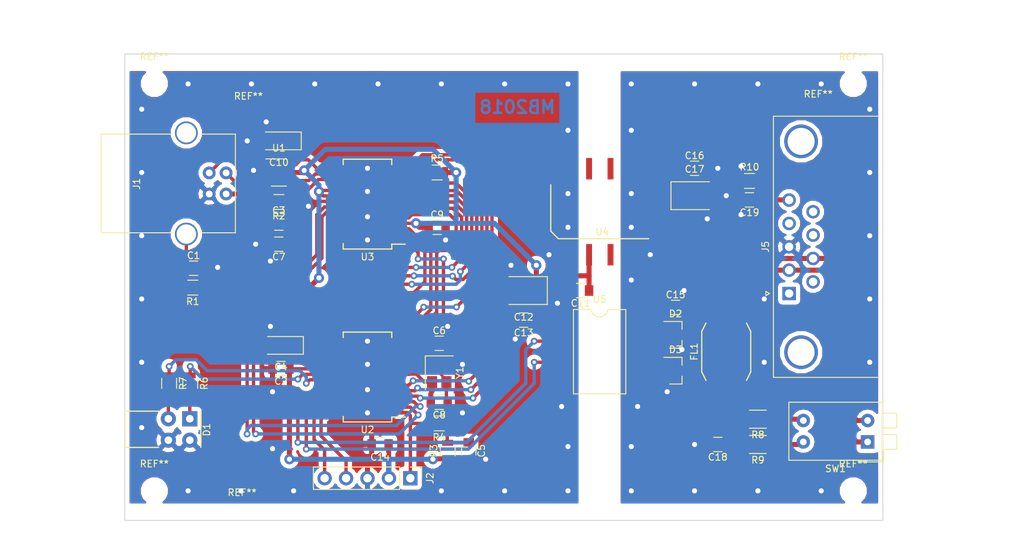
<source format=kicad_pcb>
(kicad_pcb (version 4) (host pcbnew 4.0.7)
  (layers (0 F.Cu signal) (31 B.Cu signal hide) (34 B.Paste user hide) (35 F.Paste user hide) (36 B.SilkS user hide) (37 F.SilkS user hide) (38 B.Mask user hide) (39 F.Mask user hide) (44 Edge.Cuts user))
  (net 0 "")
  (net 1 "Net-(C1-Pad1)")
  (net 2 GND)
  (net 3 +5V)
  (net 4 "Net-(C3-Pad1)")
  (net 5 "Net-(C5-Pad1)")
  (net 6 "Net-(C6-Pad1)")
  (net 7 "Net-(C7-Pad1)")
  (net 8 "Net-(C8-Pad1)")
  (net 9 +5V_CAN)
  (net 10 GND_CAN)
  (net 11 "Net-(C18-Pad1)")
  (net 12 "Net-(C19-Pad1)")
  (net 13 "Net-(D2-Pad1)")
  (net 14 "Net-(D3-Pad1)")
  (net 15 "Net-(J1-Pad2)")
  (net 16 "Net-(J1-Pad3)")
  (net 17 "Net-(J2-Pad1)")
  (net 18 /ICSPDAT)
  (net 19 /ICSPCLK)
  (net 20 /PWREN)
  (net 21 /LEDRXTX)
  (net 22 "Net-(U1-Pad4)")
  (net 23 "Net-(U1-Pad6)")
  (net 24 /RXF)
  (net 25 /TXE)
  (net 26 /RD)
  (net 27 /WR)
  (net 28 /D0)
  (net 29 /D1)
  (net 30 /D2)
  (net 31 /D3)
  (net 32 /D4)
  (net 33 /D5)
  (net 34 /D6)
  (net 35 /D7)
  (net 36 /CANRX)
  (net 37 /CANTX)
  (net 38 "Net-(D1-Pad1)")
  (net 39 "Net-(R8-Pad1)")
  (net 40 "Net-(R9-Pad1)")
  (net 41 "Net-(D1-Pad3)")
  (net 42 /CANL)
  (net 43 /CANH)
  (net 44 /LEDMODE)
  (net 45 "Net-(J5-Pad0)")
  (module mb_special:VIA_0.6_GND (layer F.Cu) (at 129 119.45)
    (fp_text reference REF** hide)
    (fp_text value VIA_GND hide)
    (pad GND thru_hole circle (at 0 0) (size 1.2 1.2) (drill 0.6) (layers *.Cu) (net 2 GND))
  )
  (module Fiducials:Fiducial_1mm_Dia_2.54mm_Outer_CopperTop (layer F.Cu) (at 122 123.95)
    (fp_text reference REF** (at 3.4 0.7) (layer F.SilkS) (effects (font (size 0.8 0.8) (thickness 0.125))))
    (fp_text value Fiducial_1mm_Dia_2.54mm_Outer_CopperTop hide)
    (pad ~ smd circle (at 0 0) (size 1 1) (layers F.Cu F.Mask) (clearance 0.77))
  )
  (module mb_special:VIA_0.6_GND (layer F.Cu) (at 122.5 97.95)
    (fp_text reference REF** hide)
    (fp_text value VIA_GND hide)
    (pad GND thru_hole circle (at 0 0) (size 1.2 1.2) (drill 0.6) (layers *.Cu) (net 2 GND))
  )
  (module mb_special:VIA_0.6_GND (layer F.Cu) (at 128.25 80.7)
    (fp_text reference REF** hide)
    (fp_text value VIA_GND hide)
    (pad GND thru_hole circle (at 0 0) (size 1.2 1.2) (drill 0.6) (layers *.Cu) (net 2 GND))
  )
  (module mb_special:VIA_0.6_GND (layer F.Cu) (at 126 82.95)
    (fp_text reference REF** hide)
    (fp_text value VIA_GND hide)
    (pad GND thru_hole circle (at 0 0) (size 1.2 1.2) (drill 0.6) (layers *.Cu) (net 2 GND))
  )
  (module mb_special:VIA_0.6_GND (layer F.Cu) (at 128.75 97.2)
    (fp_text reference REF** hide)
    (fp_text value VIA_GND hide)
    (pad GND thru_hole circle (at 0 0) (size 1.2 1.2) (drill 0.6) (layers *.Cu) (net 2 GND))
  )
  (module mb_special:VIA_0.6_GND (layer F.Cu) (at 127 95.2)
    (fp_text reference REF** hide)
    (fp_text value VIA_GND hide)
    (pad GND thru_hole circle (at 0 0) (size 1.2 1.2) (drill 0.6) (layers *.Cu) (net 2 GND))
  )
  (module mb_special:VIA_0.6_GND (layer F.Cu) (at 128.75 104.95)
    (fp_text reference REF** hide)
    (fp_text value VIA_GND hide)
    (pad GND thru_hole circle (at 0 0) (size 1.2 1.2) (drill 0.6) (layers *.Cu) (net 2 GND))
  )
  (module mb_special:VIA_0.6_GND (layer F.Cu) (at 151.5 115.2)
    (fp_text reference REF** hide)
    (fp_text value VIA_GND hide)
    (pad GND thru_hole circle (at 0 0) (size 1.2 1.2) (drill 0.6) (layers *.Cu) (net 2 GND))
  )
  (module mb_special:VIA_0.6_GND (layer F.Cu) (at 149.75 104.95)
    (fp_text reference REF** hide)
    (fp_text value VIA_GND hide)
    (pad GND thru_hole circle (at 0 0) (size 1.2 1.2) (drill 0.6) (layers *.Cu) (net 2 GND))
  )
  (module mb_special:VIA_0.6_GND (layer F.Cu) (at 151.5 109.45)
    (fp_text reference REF** hide)
    (fp_text value VIA_GND hide)
    (pad GND thru_hole circle (at 0 0) (size 1.2 1.2) (drill 0.6) (layers *.Cu) (net 2 GND))
  )
  (module mb_special:VIA_0.6_GND (layer F.Cu) (at 157.25 97.7)
    (fp_text reference REF** hide)
    (fp_text value VIA_GND hide)
    (pad GND thru_hole circle (at 0 0) (size 1.2 1.2) (drill 0.6) (layers *.Cu) (net 2 GND))
  )
  (module mb_special:VIA_0.6_GND (layer F.Cu) (at 157.75 106.45)
    (fp_text reference REF** hide)
    (fp_text value VIA_GND hide)
    (pad GND thru_hole circle (at 0 0) (size 1.2 1.2) (drill 0.6) (layers *.Cu) (net 2 GND))
  )
  (module mb_special:VIA_0.6_GND (layer F.Cu) (at 162.75 102.2)
    (fp_text reference REF** hide)
    (fp_text value VIA_GND hide)
    (pad GND thru_hole circle (at 0 0) (size 1.2 1.2) (drill 0.6) (layers *.Cu) (net 2 GND))
  )
  (module mb_special:VIA_0.6_GND (layer F.Cu) (at 171.5 89.2)
    (fp_text reference REF** hide)
    (fp_text value VIA_GND hide)
    (pad GND thru_hole circle (at 0 0) (size 1.2 1.2) (drill 0.6) (layers *.Cu) (net 10 GND_CAN))
  )
  (module mb_special:VIA_0.6_GND (layer F.Cu) (at 164 89.2)
    (fp_text reference REF** hide)
    (fp_text value VIA_GND hide)
    (pad GND thru_hole circle (at 0 0) (size 1.2 1.2) (drill 0.6) (layers *.Cu) (net 2 GND))
  )
  (module mb_special:VIA_0.6_GND (layer F.Cu) (at 131.5 124.45)
    (fp_text reference REF** hide)
    (fp_text value VIA_GND hide)
    (pad GND thru_hole circle (at 0 0) (size 1.2 1.2) (drill 0.6) (layers *.Cu) (net 2 GND))
  )
  (module mb_special:VIA_0.6_GND (layer F.Cu) (at 125.25 124.45)
    (fp_text reference REF** hide)
    (fp_text value VIA_GND hide)
    (pad GND thru_hole circle (at 0 0) (size 1.2 1.2) (drill 0.6) (layers *.Cu) (net 2 GND))
  )
  (module mb_special:VIA_0.6_GND (layer F.Cu) (at 119 124.45)
    (fp_text reference REF** hide)
    (fp_text value VIA_GND hide)
    (pad GND thru_hole circle (at 0 0) (size 1.2 1.2) (drill 0.6) (layers *.Cu) (net 2 GND))
  )
  (module mb_special:VIA_0.6_GND (layer F.Cu) (at 113.5 116.95)
    (fp_text reference REF** hide)
    (fp_text value VIA_GND hide)
    (pad GND thru_hole circle (at 0 0) (size 1.2 1.2) (drill 0.6) (layers *.Cu) (net 2 GND))
  )
  (module mb_special:VIA_0.6_GND (layer F.Cu) (at 113.5 109.2)
    (fp_text reference REF** hide)
    (fp_text value VIA_GND hide)
    (pad GND thru_hole circle (at 0 0) (size 1.2 1.2) (drill 0.6) (layers *.Cu) (net 2 GND))
  )
  (module mb_special:VIA_0.6_GND (layer F.Cu) (at 113.5 101.7)
    (fp_text reference REF** hide)
    (fp_text value VIA_GND hide)
    (pad GND thru_hole circle (at 0 0) (size 1.2 1.2) (drill 0.6) (layers *.Cu) (net 2 GND))
  )
  (module mb_special:VIA_0.6_GND (layer F.Cu) (at 113.5 94.2)
    (fp_text reference REF** hide)
    (fp_text value VIA_GND hide)
    (pad GND thru_hole circle (at 0 0) (size 1.2 1.2) (drill 0.6) (layers *.Cu) (net 2 GND))
  )
  (module mb_special:VIA_0.6_GND (layer F.Cu) (at 113.5 86.7)
    (fp_text reference REF** hide)
    (fp_text value VIA_GND hide)
    (pad GND thru_hole circle (at 0 0) (size 1.2 1.2) (drill 0.6) (layers *.Cu) (net 2 GND))
  )
  (module mb_special:VIA_0.6_GND (layer F.Cu) (at 113.5 79.2)
    (fp_text reference REF** hide)
    (fp_text value VIA_GND hide)
    (pad GND thru_hole circle (at 0 0) (size 1.2 1.2) (drill 0.6) (layers *.Cu) (net 2 GND))
  )
  (module mb_special:VIA_0.6_GND (layer F.Cu) (at 119 76.2)
    (fp_text reference REF** hide)
    (fp_text value VIA_GND hide)
    (pad GND thru_hole circle (at 0 0) (size 1.2 1.2) (drill 0.6) (layers *.Cu) (net 2 GND))
  )
  (module mb_special:VIA_0.6_GND (layer F.Cu) (at 126.5 76.2)
    (fp_text reference REF** hide)
    (fp_text value VIA_GND hide)
    (pad GND thru_hole circle (at 0 0) (size 1.2 1.2) (drill 0.6) (layers *.Cu) (net 2 GND))
  )
  (module mb_special:VIA_0.6_GND (layer F.Cu) (at 134 76.2)
    (fp_text reference REF** hide)
    (fp_text value VIA_GND hide)
    (pad GND thru_hole circle (at 0 0) (size 1.2 1.2) (drill 0.6) (layers *.Cu) (net 2 GND))
  )
  (module mb_special:VIA_0.6_GND (layer F.Cu) (at 141.5 76.2)
    (fp_text reference REF** hide)
    (fp_text value VIA_GND hide)
    (pad GND thru_hole circle (at 0 0) (size 1.2 1.2) (drill 0.6) (layers *.Cu) (net 2 GND))
  )
  (module mb_special:VIA_0.6_GND (layer F.Cu) (at 149 76.2)
    (fp_text reference REF** hide)
    (fp_text value VIA_GND hide)
    (pad GND thru_hole circle (at 0 0) (size 1.2 1.2) (drill 0.6) (layers *.Cu) (net 2 GND))
  )
  (module mb_special:VIA_0.6_GND (layer F.Cu) (at 156.5 76.2)
    (fp_text reference REF** hide)
    (fp_text value VIA_GND hide)
    (pad GND thru_hole circle (at 0 0) (size 1.2 1.2) (drill 0.6) (layers *.Cu) (net 2 GND))
  )
  (module mb_special:VIA_0.6_GND (layer F.Cu) (at 164 76.2)
    (fp_text reference REF** hide)
    (fp_text value VIA_GND hide)
    (pad GND thru_hole circle (at 0 0) (size 1.2 1.2) (drill 0.6) (layers *.Cu) (net 2 GND))
  )
  (module mb_special:VIA_0.6_GND (layer F.Cu) (at 164 81.7)
    (fp_text reference REF** hide)
    (fp_text value VIA_GND hide)
    (pad GND thru_hole circle (at 0 0) (size 1.2 1.2) (drill 0.6) (layers *.Cu) (net 2 GND))
  )
  (module mb_special:VIA_0.6_GND (layer F.Cu) (at 161.75 96.45)
    (fp_text reference REF** hide)
    (fp_text value VIA_GND hide)
    (pad GND thru_hole circle (at 0 0) (size 1.2 1.2) (drill 0.6) (layers *.Cu) (net 2 GND))
  )
  (module mb_special:VIA_0.6_GND (layer F.Cu) (at 164 93.2)
    (fp_text reference REF** hide)
    (fp_text value VIA_GND hide)
    (pad GND thru_hole circle (at 0 0) (size 1.2 1.2) (drill 0.6) (layers *.Cu) (net 2 GND))
  )
  (module mb_special:VIA_0.6_GND (layer F.Cu) (at 149 124.45)
    (fp_text reference REF** hide)
    (fp_text value VIA_GND hide)
    (pad GND thru_hole circle (at 0 0) (size 1.2 1.2) (drill 0.6) (layers *.Cu) (net 2 GND))
  )
  (module mb_special:VIA_0.6_GND (layer F.Cu) (at 156.5 124.45)
    (fp_text reference REF** hide)
    (fp_text value VIA_GND hide)
    (pad GND thru_hole circle (at 0 0) (size 1.2 1.2) (drill 0.6) (layers *.Cu) (net 2 GND))
  )
  (module mb_special:VIA_0.6_GND (layer F.Cu) (at 164 124.45)
    (fp_text reference REF** hide)
    (fp_text value VIA_GND hide)
    (pad GND thru_hole circle (at 0 0) (size 1.2 1.2) (drill 0.6) (layers *.Cu) (net 2 GND))
  )
  (module mb_special:VIA_0.6_GND (layer F.Cu) (at 164 119.2)
    (fp_text reference REF** hide)
    (fp_text value VIA_GND hide)
    (pad GND thru_hole circle (at 0 0) (size 1.2 1.2) (drill 0.6) (layers *.Cu) (net 2 GND))
  )
  (module mb_special:VIA_0.6_GND (layer F.Cu) (at 163.25 114.45)
    (fp_text reference REF** hide)
    (fp_text value VIA_GND hide)
    (pad GND thru_hole circle (at 0 0) (size 1.2 1.2) (drill 0.6) (layers *.Cu) (net 2 GND))
  )
  (module mb_special:VIA_0.6_GND (layer F.Cu) (at 154.25 120.7)
    (fp_text reference REF** hide)
    (fp_text value VIA_GND hide)
    (pad GND thru_hole circle (at 0 0) (size 1.2 1.2) (drill 0.6) (layers *.Cu) (net 2 GND))
  )
  (module mb_special:VIA_0.6_GND (layer F.Cu) (at 129 112.7)
    (fp_text reference REF** hide)
    (fp_text value VIA_GND hide)
    (pad GND thru_hole circle (at 0 0) (size 1.2 1.2) (drill 0.6) (layers *.Cu) (net 2 GND))
  )
  (module mb_special:VIA_0.6_GND (layer F.Cu) (at 149.5 94.7)
    (fp_text reference REF** hide)
    (fp_text value VIA_GND hide)
    (pad GND thru_hole circle (at 0 0) (size 1.2 1.2) (drill 0.6) (layers *.Cu) (net 2 GND))
  )
  (module mb_special:VIA_0.6_GND (layer F.Cu) (at 140.25 109.45)
    (fp_text reference REF** hide)
    (fp_text value VIA_GND hide)
    (pad GND thru_hole circle (at 0 0) (size 1.2 1.2) (drill 0.6) (layers *.Cu) (net 2 GND))
  )
  (module mb_special:VIA_0.6_GND (layer F.Cu) (at 140.25 112.45)
    (fp_text reference REF** hide)
    (fp_text value VIA_GND hide)
    (pad GND thru_hole circle (at 0 0) (size 1.2 1.2) (drill 0.6) (layers *.Cu) (net 2 GND))
  )
  (module mb_special:VIA_0.6_GND (layer F.Cu) (at 140.25 115.2)
    (fp_text reference REF** hide)
    (fp_text value VIA_GND hide)
    (pad GND thru_hole circle (at 0 0) (size 1.2 1.2) (drill 0.6) (layers *.Cu) (net 2 GND))
  )
  (module mb_special:VIA_0.6_GND (layer F.Cu) (at 140.25 106.7)
    (fp_text reference REF** hide)
    (fp_text value VIA_GND hide)
    (pad GND thru_hole circle (at 0 0) (size 1.2 1.2) (drill 0.6) (layers *.Cu) (net 2 GND))
  )
  (module mb_special:VIA_0.6_GND (layer F.Cu) (at 140.25 88.95)
    (fp_text reference REF** hide)
    (fp_text value VIA_GND hide)
    (pad GND thru_hole circle (at 0 0) (size 1.2 1.2) (drill 0.6) (layers *.Cu) (net 2 GND))
  )
  (module mb_special:VIA_0.6_GND (layer F.Cu) (at 140.25 91.95)
    (fp_text reference REF** hide)
    (fp_text value VIA_GND hide)
    (pad GND thru_hole circle (at 0 0) (size 1.2 1.2) (drill 0.6) (layers *.Cu) (net 2 GND))
  )
  (module mb_special:VIA_0.6_GND (layer F.Cu) (at 140.25 94.7)
    (fp_text reference REF** hide)
    (fp_text value VIA_GND hide)
    (pad GND thru_hole circle (at 0 0) (size 1.2 1.2) (drill 0.6) (layers *.Cu) (net 2 GND))
  )
  (module mb_special:VIA_0.6_GND (layer F.Cu) (at 140.25 86.2)
    (fp_text reference REF** hide)
    (fp_text value VIA_GND hide)
    (pad GND thru_hole circle (at 0 0) (size 1.2 1.2) (drill 0.6) (layers *.Cu) (net 2 GND))
  )
  (module mb_special:USB_B (layer F.Cu) (at 123.5 89.25 180)
    (fp_text reference J1 (at 10.6 1.2 270) (layer F.SilkS) (effects (font (size 0.8 0.8) (thickness 0.125))))
    (fp_text value USB_B)
    (pad 2 thru_hole circle (at 0 2.5 90) (size 1.52 1.52) (drill 0.81) (layers *.Cu *.Mask) (net 15 "Net-(J1-Pad2)"))
    (pad 1 thru_hole circle (at 0 0 90) (size 1.52 1.52) (drill 0.81) (layers *.Cu *.Mask) (net 4 "Net-(C3-Pad1)"))
    (pad 4 thru_hole circle (at 2 0 90) (size 1.52 1.52) (drill 0.81) (layers *.Cu *.Mask) (net 2 GND))
    (pad 3 thru_hole circle (at 2 2.5 90) (size 1.52 1.52) (drill 0.81) (layers *.Cu *.Mask) (net 16 "Net-(J1-Pad3)"))
    (pad 5 thru_hole circle (at 4.71 7.25 90) (size 2.7 2.7) (drill 2.3) (layers *.Cu *.Mask) (net 1 "Net-(C1-Pad1)"))
    (pad 5 thru_hole circle (at 4.71 -4.75 90) (size 2.7 2.7) (drill 2.3) (layers *.Cu *.Mask) (net 1 "Net-(C1-Pad1)"))
  )
  (module Housings_SSOP:SSOP-28_5.3x10.2mm_Pitch0.65mm (layer F.Cu) (at 140.25 110.95 180)
    (fp_text reference U2 (at 0 -6.25 180) (layer F.SilkS) (effects (font (size 0.8 0.8) (thickness 0.125))))
    (fp_text value PIC18F26K83-I/SS)
    (pad 1 smd rect (at -3.6 -4.225 180) (size 1.75 0.45) (layers F.Cu F.Paste F.Mask) (net 17 "Net-(J2-Pad1)"))
    (pad 2 smd rect (at -3.6 -3.575 180) (size 1.75 0.45) (layers F.Cu F.Paste F.Mask) (net 24 /RXF))
    (pad 3 smd rect (at -3.6 -2.925 180) (size 1.75 0.45) (layers F.Cu F.Paste F.Mask) (net 25 /TXE))
    (pad 4 smd rect (at -3.6 -2.275 180) (size 1.75 0.45) (layers F.Cu F.Paste F.Mask) (net 27 /WR))
    (pad 5 smd rect (at -3.6 -1.625 180) (size 1.75 0.45) (layers F.Cu F.Paste F.Mask) (net 26 /RD))
    (pad 6 smd rect (at -3.6 -0.975 180) (size 1.75 0.45) (layers F.Cu F.Paste F.Mask) (net 20 /PWREN))
    (pad 7 smd rect (at -3.6 -0.325 180) (size 1.75 0.45) (layers F.Cu F.Paste F.Mask))
    (pad 8 smd rect (at -3.6 0.325 180) (size 1.75 0.45) (layers F.Cu F.Paste F.Mask) (net 2 GND))
    (pad 9 smd rect (at -3.6 0.975 180) (size 1.75 0.45) (layers F.Cu F.Paste F.Mask) (net 8 "Net-(C8-Pad1)"))
    (pad 10 smd rect (at -3.6 1.625 180) (size 1.75 0.45) (layers F.Cu F.Paste F.Mask) (net 6 "Net-(C6-Pad1)"))
    (pad 11 smd rect (at -3.6 2.275 180) (size 1.75 0.45) (layers F.Cu F.Paste F.Mask) (net 28 /D0))
    (pad 12 smd rect (at -3.6 2.925 180) (size 1.75 0.45) (layers F.Cu F.Paste F.Mask) (net 29 /D1))
    (pad 13 smd rect (at -3.6 3.575 180) (size 1.75 0.45) (layers F.Cu F.Paste F.Mask) (net 30 /D2))
    (pad 14 smd rect (at -3.6 4.225 180) (size 1.75 0.45) (layers F.Cu F.Paste F.Mask) (net 31 /D3))
    (pad 15 smd rect (at 3.6 4.225 180) (size 1.75 0.45) (layers F.Cu F.Paste F.Mask) (net 32 /D4))
    (pad 16 smd rect (at 3.6 3.575 180) (size 1.75 0.45) (layers F.Cu F.Paste F.Mask) (net 33 /D5))
    (pad 17 smd rect (at 3.6 2.925 180) (size 1.75 0.45) (layers F.Cu F.Paste F.Mask) (net 34 /D6))
    (pad 18 smd rect (at 3.6 2.275 180) (size 1.75 0.45) (layers F.Cu F.Paste F.Mask) (net 35 /D7))
    (pad 19 smd rect (at 3.6 1.625 180) (size 1.75 0.45) (layers F.Cu F.Paste F.Mask) (net 2 GND))
    (pad 20 smd rect (at 3.6 0.975 180) (size 1.75 0.45) (layers F.Cu F.Paste F.Mask) (net 3 +5V))
    (pad 21 smd rect (at 3.6 0.325 180) (size 1.75 0.45) (layers F.Cu F.Paste F.Mask) (net 44 /LEDMODE))
    (pad 22 smd rect (at 3.6 -0.325 180) (size 1.75 0.45) (layers F.Cu F.Paste F.Mask) (net 21 /LEDRXTX))
    (pad 23 smd rect (at 3.6 -0.975 180) (size 1.75 0.45) (layers F.Cu F.Paste F.Mask))
    (pad 24 smd rect (at 3.6 -1.625 180) (size 1.75 0.45) (layers F.Cu F.Paste F.Mask) (net 36 /CANRX))
    (pad 25 smd rect (at 3.6 -2.275 180) (size 1.75 0.45) (layers F.Cu F.Paste F.Mask) (net 37 /CANTX))
    (pad 26 smd rect (at 3.6 -2.925 180) (size 1.75 0.45) (layers F.Cu F.Paste F.Mask))
    (pad 27 smd rect (at 3.6 -3.575 180) (size 1.75 0.45) (layers F.Cu F.Paste F.Mask) (net 19 /ICSPCLK))
    (pad 28 smd rect (at 3.6 -4.225 180) (size 1.75 0.45) (layers F.Cu F.Paste F.Mask) (net 18 /ICSPDAT))
  )
  (module mb_special:VIA_0.6_GND (layer F.Cu) (at 171.5 93.2)
    (fp_text reference REF** hide)
    (fp_text value VIA_GND hide)
    (pad GND thru_hole circle (at 0 0) (size 1.2 1.2) (drill 0.6) (layers *.Cu) (net 10 GND_CAN))
  )
  (module Pin_Headers:Pin_Header_Straight_1x05_Pitch2.54mm (layer F.Cu) (at 145.33 122.95 270)
    (fp_text reference J2 (at 0 -2.33 270) (layer F.SilkS) (effects (font (size 0.8 0.8) (thickness 0.125))))
    (fp_text value GOLDPIN_1x5)
    (pad 1 thru_hole rect (at 0 0 270) (size 1.7 1.7) (drill 1) (layers *.Cu *.Mask) (net 17 "Net-(J2-Pad1)"))
    (pad 2 thru_hole oval (at 0 2.54 270) (size 1.7 1.7) (drill 1) (layers *.Cu *.Mask) (net 3 +5V))
    (pad 3 thru_hole oval (at 0 5.08 270) (size 1.7 1.7) (drill 1) (layers *.Cu *.Mask) (net 2 GND))
    (pad 4 thru_hole oval (at 0 7.62 270) (size 1.7 1.7) (drill 1) (layers *.Cu *.Mask) (net 18 /ICSPDAT))
    (pad 5 thru_hole oval (at 0 10.16 270) (size 1.7 1.7) (drill 1) (layers *.Cu *.Mask) (net 19 /ICSPCLK))
  )
  (module Capacitors_SMD:C_0805 (layer F.Cu) (at 141.75 118.95 180)
    (fp_text reference C14 (at 0 -1.5 180) (layer F.SilkS) (effects (font (size 0.8 0.8) (thickness 0.125))))
    (fp_text value 100n)
    (pad 1 smd rect (at -1 0 180) (size 1 1.25) (layers F.Cu F.Paste F.Mask) (net 3 +5V))
    (pad 2 smd rect (at 1 0 180) (size 1 1.25) (layers F.Cu F.Paste F.Mask) (net 2 GND))
  )
  (module mb_special:VIA_0.6_GND (layer F.Cu) (at 180.5 92.2)
    (fp_text reference REF** hide)
    (fp_text value VIA_GND hide)
    (pad GND thru_hole circle (at 0 0) (size 1.2 1.2) (drill 0.6) (layers *.Cu) (net 10 GND_CAN))
  )
  (module mb_special:VIA_0.6_GND (layer F.Cu) (at 187.25 109.2)
    (fp_text reference REF** hide)
    (fp_text value VIA_GND hide)
    (pad GND thru_hole circle (at 0 0) (size 1.2 1.2) (drill 0.6) (layers *.Cu) (net 10 GND_CAN))
  )
  (module mb_special:VIA_0.6_GND (layer F.Cu) (at 187.25 101.7)
    (fp_text reference REF** hide)
    (fp_text value VIA_GND hide)
    (pad GND thru_hole circle (at 0 0) (size 1.2 1.2) (drill 0.6) (layers *.Cu) (net 10 GND_CAN))
  )
  (module mb_special:VIA_0.6_GND (layer F.Cu) (at 171.5 119.2)
    (fp_text reference REF** hide)
    (fp_text value VIA_GND hide)
    (pad GND thru_hole circle (at 0 0) (size 1.2 1.2) (drill 0.6) (layers *.Cu) (net 10 GND_CAN))
  )
  (module mb_special:VIA_0.6_GND (layer F.Cu) (at 171.5 124.45)
    (fp_text reference REF** hide)
    (fp_text value VIA_GND hide)
    (pad GND thru_hole circle (at 0 0) (size 1.2 1.2) (drill 0.6) (layers *.Cu) (net 10 GND_CAN))
  )
  (module mb_special:VIA_0.6_GND (layer F.Cu) (at 179 124.45)
    (fp_text reference REF** hide)
    (fp_text value VIA_GND hide)
    (pad GND thru_hole circle (at 0 0) (size 1.2 1.2) (drill 0.6) (layers *.Cu) (net 10 GND_CAN))
  )
  (module mb_special:VIA_0.6_GND (layer F.Cu) (at 186.5 124.45)
    (fp_text reference REF** hide)
    (fp_text value VIA_GND hide)
    (pad GND thru_hole circle (at 0 0) (size 1.2 1.2) (drill 0.6) (layers *.Cu) (net 10 GND_CAN))
  )
  (module mb_special:VIA_0.6_GND (layer F.Cu) (at 194 124.45)
    (fp_text reference REF** hide)
    (fp_text value VIA_GND hide)
    (pad GND thru_hole circle (at 0 0) (size 1.2 1.2) (drill 0.6) (layers *.Cu) (net 10 GND_CAN))
  )
  (module mb_special:VIA_0.6_GND (layer F.Cu) (at 199.75 109.2)
    (fp_text reference REF** hide)
    (fp_text value VIA_GND hide)
    (pad GND thru_hole circle (at 0 0) (size 1.2 1.2) (drill 0.6) (layers *.Cu) (net 10 GND_CAN))
  )
  (module mb_special:VIA_0.6_GND (layer F.Cu) (at 199.75 101.7)
    (fp_text reference REF** hide)
    (fp_text value VIA_GND hide)
    (pad GND thru_hole circle (at 0 0) (size 1.2 1.2) (drill 0.6) (layers *.Cu) (net 10 GND_CAN))
  )
  (module mb_special:VIA_0.6_GND (layer F.Cu) (at 199.75 94.2)
    (fp_text reference REF** hide)
    (fp_text value VIA_GND hide)
    (pad GND thru_hole circle (at 0 0) (size 1.2 1.2) (drill 0.6) (layers *.Cu) (net 10 GND_CAN))
  )
  (module mb_special:VIA_0.6_GND (layer F.Cu) (at 199.75 86.7)
    (fp_text reference REF** hide)
    (fp_text value VIA_GND hide)
    (pad GND thru_hole circle (at 0 0) (size 1.2 1.2) (drill 0.6) (layers *.Cu) (net 10 GND_CAN))
  )
  (module mb_special:VIA_0.6_GND (layer F.Cu) (at 199.75 79.2)
    (fp_text reference REF** hide)
    (fp_text value VIA_GND hide)
    (pad GND thru_hole circle (at 0 0) (size 1.2 1.2) (drill 0.6) (layers *.Cu) (net 10 GND_CAN))
  )
  (module mb_special:VIA_0.6_GND (layer F.Cu) (at 194 76.2)
    (fp_text reference REF** hide)
    (fp_text value VIA_GND hide)
    (pad GND thru_hole circle (at 0 0) (size 1.2 1.2) (drill 0.6) (layers *.Cu) (net 10 GND_CAN))
  )
  (module mb_special:VIA_0.6_GND (layer F.Cu) (at 186.5 76.2)
    (fp_text reference REF** hide)
    (fp_text value VIA_GND hide)
    (pad GND thru_hole circle (at 0 0) (size 1.2 1.2) (drill 0.6) (layers *.Cu) (net 10 GND_CAN))
  )
  (module mb_special:VIA_0.6_GND (layer F.Cu) (at 179 76.2)
    (fp_text reference REF** hide)
    (fp_text value VIA_GND hide)
    (pad GND thru_hole circle (at 0 0) (size 1.2 1.2) (drill 0.6) (layers *.Cu) (net 10 GND_CAN))
  )
  (module mb_special:VIA_0.6_GND (layer F.Cu) (at 171.5 76.2)
    (fp_text reference REF** hide)
    (fp_text value VIA_GND hide)
    (pad GND thru_hole circle (at 0 0) (size 1.2 1.2) (drill 0.6) (layers *.Cu) (net 10 GND_CAN))
  )
  (module mb_special:ISO1050DUB (layer F.Cu) (at 167.75 107.95)
    (fp_text reference U5 (at 0 -6.2) (layer F.SilkS) (effects (font (size 0.8 0.8) (thickness 0.125))))
    (fp_text value ISO1050DUB)
    (pad 1 smd rect (at -4.55 -3.81) (size 2.35 0.65) (layers F.Cu F.Paste F.Mask) (net 3 +5V))
    (pad 5 smd rect (at 4.55 3.81) (size 2.35 0.65) (layers F.Cu F.Paste F.Mask) (net 10 GND_CAN))
    (pad 2 smd rect (at -4.55 -1.27) (size 2.35 0.65) (layers F.Cu F.Paste F.Mask) (net 36 /CANRX))
    (pad 6 smd rect (at 4.55 1.27) (size 2.35 0.65) (layers F.Cu F.Paste F.Mask) (net 14 "Net-(D3-Pad1)"))
    (pad 3 smd rect (at -4.55 1.27) (size 2.35 0.65) (layers F.Cu F.Paste F.Mask) (net 37 /CANTX))
    (pad 7 smd rect (at 4.55 -1.27) (size 2.35 0.65) (layers F.Cu F.Paste F.Mask) (net 13 "Net-(D2-Pad1)"))
    (pad 4 smd rect (at -4.55 3.81) (size 2.35 0.65) (layers F.Cu F.Paste F.Mask) (net 2 GND))
    (pad 8 smd rect (at 4.55 -3.81) (size 2.35 0.65) (layers F.Cu F.Paste F.Mask) (net 9 +5V_CAN))
  )
  (module mb_special:SBT01 (layer F.Cu) (at 163.96 96.95)
    (fp_text reference U4 (at 4.1 -3.2) (layer F.SilkS) (effects (font (size 0.8 0.8) (thickness 0.125))))
    (fp_text value SBT01L-05)
    (pad 1 smd rect (at 0 -0.5) (size 0.7 2.54) (layers F.Cu F.Paste F.Mask) (net 2 GND))
    (pad 2 smd rect (at 2.54 -0.5) (size 0.7 2.54) (layers F.Cu F.Paste F.Mask) (net 3 +5V))
    (pad 3 smd rect (at 5.08 -0.5) (size 0.7 2.54) (layers F.Cu F.Paste F.Mask))
    (pad 4 smd rect (at 7.62 -0.5) (size 0.7 2.54) (layers F.Cu F.Paste F.Mask) (net 10 GND_CAN))
    (pad 5 smd rect (at 7.62 -10.7) (size 0.7 2.54) (layers F.Cu F.Paste F.Mask) (net 9 +5V_CAN))
    (pad 6 smd rect (at 5.08 -10.7) (size 0.7 2.54) (layers F.Cu F.Paste F.Mask))
    (pad 7 smd rect (at 2.54 -10.7) (size 0.7 2.54) (layers F.Cu F.Paste F.Mask))
    (pad 8 smd rect (at 0 -10.7) (size 0.7 2.54) (layers F.Cu F.Paste F.Mask))
  )
  (module mb_special:B82790 (layer F.Cu) (at 182.75 107.95 90)
    (fp_text reference FL1 (at 0 -3.8 90) (layer F.SilkS) (effects (font (size 0.8 0.8) (thickness 0.125))))
    (fp_text value B82790S0513N201)
    (pad 4 smd rect (at -3.675 -1.25 90) (size 2.85 1.2) (layers F.Cu F.Paste F.Mask) (net 13 "Net-(D2-Pad1)"))
    (pad 2 smd rect (at 3.675 1.25 90) (size 2.85 1.2) (layers F.Cu F.Paste F.Mask) (net 42 /CANL))
    (pad 1 smd rect (at -3.675 1.25 90) (size 2.85 1.2) (layers F.Cu F.Paste F.Mask) (net 14 "Net-(D3-Pad1)"))
    (pad 3 smd rect (at 3.675 -1.25 90) (size 2.85 1.2) (layers F.Cu F.Paste F.Mask) (net 43 /CANH))
  )
  (module mb_special:L-934EB2 (layer F.Cu) (at 119.2 115.9 270)
    (fp_text reference D1 (at 1.3 -2 270) (layer F.SilkS) (effects (font (size 0.8 0.8) (thickness 0.125))))
    (fp_text value L-934EB/2GD)
    (pad 4 thru_hole circle (at 2.54 2.54 270) (size 1.8 1.8) (drill 0.9) (layers *.Cu *.Mask) (net 2 GND))
    (pad 3 thru_hole circle (at 0 2.54 270) (size 1.8 1.8) (drill 0.9) (layers *.Cu *.Mask) (net 41 "Net-(D1-Pad3)"))
    (pad 1 thru_hole rect (at 0 0 270) (size 1.8 1.8) (drill 0.9) (layers *.Cu *.Mask) (net 38 "Net-(D1-Pad1)"))
    (pad 2 thru_hole circle (at 2.54 0 270) (size 1.8 1.8) (drill 0.9) (layers *.Cu *.Mask) (net 2 GND))
  )
  (module Mounting_Holes:MountingHole_2.2mm_M2 (layer F.Cu) (at 197.8 124.45)
    (fp_text reference REF** (at 0 -3.2) (layer F.SilkS) (effects (font (size 0.8 0.8) (thickness 0.125))))
    (fp_text value MountingHole_2.2mm_M2 hide)
    (pad 1 np_thru_hole circle (at 0 0) (size 2.2 2.2) (drill 2.2) (layers *.Cu *.Mask))
  )
  (module Mounting_Holes:MountingHole_2.2mm_M2 (layer F.Cu) (at 197.8 76.15)
    (fp_text reference REF** (at 0 -3.2) (layer F.SilkS) (effects (font (size 0.8 0.8) (thickness 0.125))))
    (fp_text value MountingHole_2.2mm_M2 hide)
    (pad 1 np_thru_hole circle (at 0 0) (size 2.2 2.2) (drill 2.2) (layers *.Cu *.Mask))
  )
  (module Mounting_Holes:MountingHole_2.2mm_M2 (layer F.Cu) (at 115 124.45)
    (fp_text reference REF** (at 0 -3.2) (layer F.SilkS) (effects (font (size 0.8 0.8) (thickness 0.125))))
    (fp_text value MountingHole_2.2mm_M2 hide)
    (pad 1 np_thru_hole circle (at 0 0) (size 2.2 2.2) (drill 2.2) (layers *.Cu *.Mask))
  )
  (module Mounting_Holes:MountingHole_2.2mm_M2 (layer F.Cu) (at 115 76.15)
    (fp_text reference REF** (at 0 -3.2) (layer F.SilkS) (effects (font (size 0.8 0.8) (thickness 0.125))))
    (fp_text value MountingHole_2.2mm_M2 hide)
    (pad 1 np_thru_hole circle (at 0 0) (size 2.2 2.2) (drill 2.2) (layers *.Cu *.Mask))
  )
  (module Resistors_SMD:R_1206 (layer F.Cu) (at 186.5 118.95 180)
    (fp_text reference R9 (at 0 -1.85 180) (layer F.SilkS) (effects (font (size 0.8 0.8) (thickness 0.125))))
    (fp_text value 68R)
    (pad 1 smd rect (at -1.45 0 180) (size 0.9 1.7) (layers F.Cu F.Paste F.Mask) (net 40 "Net-(R9-Pad1)"))
    (pad 2 smd rect (at 1.45 0 180) (size 0.9 1.7) (layers F.Cu F.Paste F.Mask) (net 11 "Net-(C18-Pad1)"))
  )
  (module Resistors_SMD:R_1206 (layer F.Cu) (at 186.5 115.95 180)
    (fp_text reference R8 (at 0 -1.85 180) (layer F.SilkS) (effects (font (size 0.8 0.8) (thickness 0.125))))
    (fp_text value 68R)
    (pad 1 smd rect (at -1.45 0 180) (size 0.9 1.7) (layers F.Cu F.Paste F.Mask) (net 39 "Net-(R8-Pad1)"))
    (pad 2 smd rect (at 1.45 0 180) (size 0.9 1.7) (layers F.Cu F.Paste F.Mask) (net 11 "Net-(C18-Pad1)"))
  )
  (module Buttons_Switches_THT:SW_DIP_x2_W7.62mm_Piano (layer F.Cu) (at 199.5 118.65 180)
    (fp_text reference SW1 (at 3.81 -3.17 180) (layer F.SilkS) (effects (font (size 0.8 0.8) (thickness 0.125))))
    (fp_text value SW_DIP_x02)
    (pad 1 thru_hole rect (at 0 0 180) (size 1.6 1.6) (drill 0.8) (layers *.Cu *.Mask) (net 42 /CANL))
    (pad 3 thru_hole oval (at 7.62 2.54 180) (size 1.6 1.6) (drill 0.8) (layers *.Cu *.Mask) (net 39 "Net-(R8-Pad1)"))
    (pad 2 thru_hole oval (at 0 2.54 180) (size 1.6 1.6) (drill 0.8) (layers *.Cu *.Mask) (net 43 /CANH))
    (pad 4 thru_hole oval (at 7.62 0 180) (size 1.6 1.6) (drill 0.8) (layers *.Cu *.Mask) (net 40 "Net-(R9-Pad1)"))
  )
  (module Connectors_DSub:DSUB-9_Male_Horizontal_Pitch2.77x2.84mm_EdgePinOffset7.70mm_Housed_MountingHolesOffset9.12mm (layer F.Cu) (at 190.2 101.05 90)
    (fp_text reference J5 (at 5.54 -2.8 90) (layer F.SilkS) (effects (font (size 0.8 0.8) (thickness 0.125))))
    (fp_text value DB9_Male)
    (pad 1 thru_hole rect (at 0 0 90) (size 1.6 1.6) (drill 1) (layers *.Cu *.Mask))
    (pad 2 thru_hole circle (at 2.77 0 90) (size 1.6 1.6) (drill 1) (layers *.Cu *.Mask) (net 42 /CANL))
    (pad 3 thru_hole circle (at 5.54 0 90) (size 1.6 1.6) (drill 1) (layers *.Cu *.Mask) (net 10 GND_CAN))
    (pad 4 thru_hole circle (at 8.31 0 90) (size 1.6 1.6) (drill 1) (layers *.Cu *.Mask))
    (pad 5 thru_hole circle (at 11.08 0 90) (size 1.6 1.6) (drill 1) (layers *.Cu *.Mask) (net 12 "Net-(C19-Pad1)"))
    (pad 6 thru_hole circle (at 1.385 2.84 90) (size 1.6 1.6) (drill 1) (layers *.Cu *.Mask))
    (pad 7 thru_hole circle (at 4.155 2.84 90) (size 1.6 1.6) (drill 1) (layers *.Cu *.Mask) (net 43 /CANH))
    (pad 8 thru_hole circle (at 6.925 2.84 90) (size 1.6 1.6) (drill 1) (layers *.Cu *.Mask))
    (pad 9 thru_hole circle (at 9.695 2.84 90) (size 1.6 1.6) (drill 1) (layers *.Cu *.Mask))
    (pad 0 thru_hole circle (at -6.96 1.42 90) (size 4 4) (drill 3.2) (layers *.Cu *.Mask) (net 45 "Net-(J5-Pad0)"))
    (pad 0 thru_hole circle (at 18.04 1.42 90) (size 4 4) (drill 3.2) (layers *.Cu *.Mask) (net 45 "Net-(J5-Pad0)"))
  )
  (module Crystals:Crystal_SMD_3225-4pin_3.2x2.5mm (layer F.Cu) (at 148.75 110.45 270)
    (fp_text reference Y1 (at 0 -2.45 270) (layer F.SilkS) (effects (font (size 0.8 0.8) (thickness 0.125))))
    (fp_text value 16MHz)
    (pad 1 smd rect (at -1.1 0.85 270) (size 1.4 1.2) (layers F.Cu F.Paste F.Mask) (net 6 "Net-(C6-Pad1)"))
    (pad 2 smd rect (at 1.1 0.85 270) (size 1.4 1.2) (layers F.Cu F.Paste F.Mask) (net 2 GND))
    (pad 3 smd rect (at 1.1 -0.85 270) (size 1.4 1.2) (layers F.Cu F.Paste F.Mask) (net 8 "Net-(C8-Pad1)"))
    (pad 4 smd rect (at -1.1 -0.85 270) (size 1.4 1.2) (layers F.Cu F.Paste F.Mask) (net 2 GND))
  )
  (module Housings_SSOP:SSOP-28_5.3x10.2mm_Pitch0.65mm (layer F.Cu) (at 140.25 90.45 180)
    (fp_text reference U3 (at 0 -6.25 180) (layer F.SilkS) (effects (font (size 0.8 0.8) (thickness 0.125))))
    (fp_text value FT245RL)
    (pad 1 smd rect (at -3.6 -4.225 180) (size 1.75 0.45) (layers F.Cu F.Paste F.Mask) (net 28 /D0))
    (pad 2 smd rect (at -3.6 -3.575 180) (size 1.75 0.45) (layers F.Cu F.Paste F.Mask) (net 32 /D4))
    (pad 3 smd rect (at -3.6 -2.925 180) (size 1.75 0.45) (layers F.Cu F.Paste F.Mask) (net 30 /D2))
    (pad 4 smd rect (at -3.6 -2.275 180) (size 1.75 0.45) (layers F.Cu F.Paste F.Mask) (net 3 +5V))
    (pad 5 smd rect (at -3.6 -1.625 180) (size 1.75 0.45) (layers F.Cu F.Paste F.Mask) (net 29 /D1))
    (pad 6 smd rect (at -3.6 -0.975 180) (size 1.75 0.45) (layers F.Cu F.Paste F.Mask) (net 35 /D7))
    (pad 7 smd rect (at -3.6 -0.325 180) (size 1.75 0.45) (layers F.Cu F.Paste F.Mask) (net 2 GND))
    (pad 8 smd rect (at -3.6 0.325 180) (size 1.75 0.45) (layers F.Cu F.Paste F.Mask))
    (pad 9 smd rect (at -3.6 0.975 180) (size 1.75 0.45) (layers F.Cu F.Paste F.Mask) (net 33 /D5))
    (pad 10 smd rect (at -3.6 1.625 180) (size 1.75 0.45) (layers F.Cu F.Paste F.Mask) (net 34 /D6))
    (pad 11 smd rect (at -3.6 2.275 180) (size 1.75 0.45) (layers F.Cu F.Paste F.Mask) (net 31 /D3))
    (pad 12 smd rect (at -3.6 2.925 180) (size 1.75 0.45) (layers F.Cu F.Paste F.Mask) (net 20 /PWREN))
    (pad 13 smd rect (at -3.6 3.575 180) (size 1.75 0.45) (layers F.Cu F.Paste F.Mask) (net 26 /RD))
    (pad 14 smd rect (at -3.6 4.225 180) (size 1.75 0.45) (layers F.Cu F.Paste F.Mask) (net 27 /WR))
    (pad 15 smd rect (at 3.6 4.225 180) (size 1.75 0.45) (layers F.Cu F.Paste F.Mask) (net 23 "Net-(U1-Pad6)"))
    (pad 16 smd rect (at 3.6 3.575 180) (size 1.75 0.45) (layers F.Cu F.Paste F.Mask) (net 22 "Net-(U1-Pad4)"))
    (pad 17 smd rect (at 3.6 2.925 180) (size 1.75 0.45) (layers F.Cu F.Paste F.Mask) (net 7 "Net-(C7-Pad1)"))
    (pad 18 smd rect (at 3.6 2.275 180) (size 1.75 0.45) (layers F.Cu F.Paste F.Mask) (net 2 GND))
    (pad 19 smd rect (at 3.6 1.625 180) (size 1.75 0.45) (layers F.Cu F.Paste F.Mask) (net 3 +5V))
    (pad 20 smd rect (at 3.6 0.975 180) (size 1.75 0.45) (layers F.Cu F.Paste F.Mask) (net 3 +5V))
    (pad 21 smd rect (at 3.6 0.325 180) (size 1.75 0.45) (layers F.Cu F.Paste F.Mask) (net 2 GND))
    (pad 22 smd rect (at 3.6 -0.325 180) (size 1.75 0.45) (layers F.Cu F.Paste F.Mask) (net 25 /TXE))
    (pad 23 smd rect (at 3.6 -0.975 180) (size 1.75 0.45) (layers F.Cu F.Paste F.Mask) (net 24 /RXF))
    (pad 24 smd rect (at 3.6 -1.625 180) (size 1.75 0.45) (layers F.Cu F.Paste F.Mask))
    (pad 25 smd rect (at 3.6 -2.275 180) (size 1.75 0.45) (layers F.Cu F.Paste F.Mask) (net 2 GND))
    (pad 26 smd rect (at 3.6 -2.925 180) (size 1.75 0.45) (layers F.Cu F.Paste F.Mask))
    (pad 27 smd rect (at 3.6 -3.575 180) (size 1.75 0.45) (layers F.Cu F.Paste F.Mask))
    (pad 28 smd rect (at 3.6 -4.225 180) (size 1.75 0.45) (layers F.Cu F.Paste F.Mask))
  )
  (module Resistors_SMD:R_0805 (layer F.Cu) (at 185.5 87.7)
    (fp_text reference R10 (at 0 -1.65) (layer F.SilkS) (effects (font (size 0.8 0.8) (thickness 0.125))))
    (fp_text value 1M)
    (pad 1 smd rect (at -0.95 0) (size 0.7 1.3) (layers F.Cu F.Paste F.Mask) (net 10 GND_CAN))
    (pad 2 smd rect (at 0.95 0) (size 0.7 1.3) (layers F.Cu F.Paste F.Mask) (net 12 "Net-(C19-Pad1)"))
  )
  (module Resistors_SMD:R_0805 (layer F.Cu) (at 116.75 111.7 270)
    (fp_text reference R7 (at 0 -1.65 270) (layer F.SilkS) (effects (font (size 0.8 0.8) (thickness 0.125))))
    (fp_text value 330R)
    (pad 1 smd rect (at -0.95 0 270) (size 0.7 1.3) (layers F.Cu F.Paste F.Mask) (net 21 /LEDRXTX))
    (pad 2 smd rect (at 0.95 0 270) (size 0.7 1.3) (layers F.Cu F.Paste F.Mask) (net 41 "Net-(D1-Pad3)"))
  )
  (module Resistors_SMD:R_0805 (layer F.Cu) (at 119.25 111.7 270)
    (fp_text reference R6 (at 0 -1.65 270) (layer F.SilkS) (effects (font (size 0.8 0.8) (thickness 0.125))))
    (fp_text value 330R)
    (pad 1 smd rect (at -0.95 0 270) (size 0.7 1.3) (layers F.Cu F.Paste F.Mask) (net 44 /LEDMODE))
    (pad 2 smd rect (at 0.95 0 270) (size 0.7 1.3) (layers F.Cu F.Paste F.Mask) (net 38 "Net-(D1-Pad1)"))
  )
  (module Resistors_SMD:R_0805 (layer F.Cu) (at 148.5 86.7)
    (fp_text reference R5 (at 0 -1.65) (layer F.SilkS) (effects (font (size 0.8 0.8) (thickness 0.125))))
    (fp_text value 10k)
    (pad 1 smd rect (at -0.95 0) (size 0.7 1.3) (layers F.Cu F.Paste F.Mask) (net 20 /PWREN))
    (pad 2 smd rect (at 0.95 0) (size 0.7 1.3) (layers F.Cu F.Paste F.Mask) (net 3 +5V))
  )
  (module Resistors_SMD:R_0805 (layer F.Cu) (at 148.75 116.45 180)
    (fp_text reference R4 (at 0 -1.65 180) (layer F.SilkS) (effects (font (size 0.8 0.8) (thickness 0.125))))
    (fp_text value 100R)
    (pad 1 smd rect (at -0.95 0 180) (size 0.7 1.3) (layers F.Cu F.Paste F.Mask) (net 5 "Net-(C5-Pad1)"))
    (pad 2 smd rect (at 0.95 0 180) (size 0.7 1.3) (layers F.Cu F.Paste F.Mask) (net 17 "Net-(J2-Pad1)"))
  )
  (module Resistors_SMD:R_0805 (layer F.Cu) (at 149.75 119.7 90)
    (fp_text reference R3 (at 0 -1.65 90) (layer F.SilkS) (effects (font (size 0.8 0.8) (thickness 0.125))))
    (fp_text value 10k)
    (pad 1 smd rect (at -0.95 0 90) (size 0.7 1.3) (layers F.Cu F.Paste F.Mask) (net 3 +5V))
    (pad 2 smd rect (at 0.95 0 90) (size 0.7 1.3) (layers F.Cu F.Paste F.Mask) (net 5 "Net-(C5-Pad1)"))
  )
  (module Resistors_SMD:R_0805 (layer F.Cu) (at 129.75 90.2 180)
    (fp_text reference R2 (at 0 -1.65 180) (layer F.SilkS) (effects (font (size 0.8 0.8) (thickness 0.125))))
    (fp_text value BLM21PG300SN1D)
    (pad 1 smd rect (at -0.95 0 180) (size 0.7 1.3) (layers F.Cu F.Paste F.Mask) (net 3 +5V))
    (pad 2 smd rect (at 0.95 0 180) (size 0.7 1.3) (layers F.Cu F.Paste F.Mask) (net 4 "Net-(C3-Pad1)"))
  )
  (module Resistors_SMD:R_0805 (layer F.Cu) (at 119.55 100.35 180)
    (fp_text reference R1 (at 0 -1.65 180) (layer F.SilkS) (effects (font (size 0.8 0.8) (thickness 0.125))))
    (fp_text value 1M)
    (pad 1 smd rect (at -0.95 0 180) (size 0.7 1.3) (layers F.Cu F.Paste F.Mask) (net 2 GND))
    (pad 2 smd rect (at 0.95 0 180) (size 0.7 1.3) (layers F.Cu F.Paste F.Mask) (net 1 "Net-(C1-Pad1)"))
  )
  (module Capacitors_Tantalum_SMD:CP_Tantalum_Case-B_EIA-3528-21_Reflow (layer F.Cu) (at 179 89.45)
    (fp_text reference C17 (at 0 -3.15) (layer F.SilkS) (effects (font (size 0.8 0.8) (thickness 0.125))))
    (fp_text value 47u/10V)
    (pad 1 smd rect (at -1.525 0) (size 1.95 2.5) (layers F.Cu F.Paste F.Mask) (net 9 +5V_CAN))
    (pad 2 smd rect (at 1.525 0) (size 1.95 2.5) (layers F.Cu F.Paste F.Mask) (net 10 GND_CAN))
  )
  (module Capacitors_Tantalum_SMD:CP_Tantalum_Case-B_EIA-3528-21_Reflow (layer F.Cu) (at 158.75 100.7 180)
    (fp_text reference C12 (at 0 -3.15 180) (layer F.SilkS) (effects (font (size 0.8 0.8) (thickness 0.125))))
    (fp_text value 47u/10V)
    (pad 1 smd rect (at -1.525 0 180) (size 1.95 2.5) (layers F.Cu F.Paste F.Mask) (net 3 +5V))
    (pad 2 smd rect (at 1.525 0 180) (size 1.95 2.5) (layers F.Cu F.Paste F.Mask) (net 2 GND))
  )
  (module Capacitors_Tantalum_SMD:CP_Tantalum_Case-A_EIA-3216-18_Reflow (layer F.Cu) (at 129.75 82.95 180)
    (fp_text reference C10 (at 0 -2.55 180) (layer F.SilkS) (effects (font (size 0.8 0.8) (thickness 0.125))))
    (fp_text value 10u/10V)
    (pad 1 smd rect (at -1.375 0 180) (size 1.95 1.5) (layers F.Cu F.Paste F.Mask) (net 3 +5V))
    (pad 2 smd rect (at 1.375 0 180) (size 1.95 1.5) (layers F.Cu F.Paste F.Mask) (net 2 GND))
  )
  (module Capacitors_SMD:C_0805 (layer F.Cu) (at 148.5 93.2)
    (fp_text reference C9 (at 0 -1.5) (layer F.SilkS) (effects (font (size 0.8 0.8) (thickness 0.125))))
    (fp_text value 100n)
    (pad 1 smd rect (at -1 0) (size 1 1.25) (layers F.Cu F.Paste F.Mask) (net 3 +5V))
    (pad 2 smd rect (at 1 0) (size 1 1.25) (layers F.Cu F.Paste F.Mask) (net 2 GND))
  )
  (module Capacitors_SMD:C_0805 (layer F.Cu) (at 148.75 113.95 180)
    (fp_text reference C8 (at 0 -1.5 180) (layer F.SilkS) (effects (font (size 0.8 0.8) (thickness 0.125))))
    (fp_text value 22p)
    (pad 1 smd rect (at -1 0 180) (size 1 1.25) (layers F.Cu F.Paste F.Mask) (net 8 "Net-(C8-Pad1)"))
    (pad 2 smd rect (at 1 0 180) (size 1 1.25) (layers F.Cu F.Paste F.Mask) (net 2 GND))
  )
  (module Capacitors_SMD:C_0805 (layer F.Cu) (at 129.75 95.2 180)
    (fp_text reference C7 (at 0 -1.5 180) (layer F.SilkS) (effects (font (size 0.8 0.8) (thickness 0.125))))
    (fp_text value 100n)
    (pad 1 smd rect (at -1 0 180) (size 1 1.25) (layers F.Cu F.Paste F.Mask) (net 7 "Net-(C7-Pad1)"))
    (pad 2 smd rect (at 1 0 180) (size 1 1.25) (layers F.Cu F.Paste F.Mask) (net 2 GND))
  )
  (module Capacitors_SMD:C_0805 (layer F.Cu) (at 148.75 106.95)
    (fp_text reference C6 (at 0 -1.5) (layer F.SilkS) (effects (font (size 0.8 0.8) (thickness 0.125))))
    (fp_text value 22p)
    (pad 1 smd rect (at -1 0) (size 1 1.25) (layers F.Cu F.Paste F.Mask) (net 6 "Net-(C6-Pad1)"))
    (pad 2 smd rect (at 1 0) (size 1 1.25) (layers F.Cu F.Paste F.Mask) (net 2 GND))
  )
  (module Capacitors_SMD:C_0805 (layer F.Cu) (at 152.25 119.7 270)
    (fp_text reference C5 (at 0 -1.5 270) (layer F.SilkS) (effects (font (size 0.8 0.8) (thickness 0.125))))
    (fp_text value 100n)
    (pad 1 smd rect (at -1 0 270) (size 1 1.25) (layers F.Cu F.Paste F.Mask) (net 5 "Net-(C5-Pad1)"))
    (pad 2 smd rect (at 1 0 270) (size 1 1.25) (layers F.Cu F.Paste F.Mask) (net 2 GND))
  )
  (module Capacitors_Tantalum_SMD:CP_Tantalum_Case-A_EIA-3216-18_Reflow (layer F.Cu) (at 130 107.2 180)
    (fp_text reference C4 (at 0 -2.55 180) (layer F.SilkS) (effects (font (size 0.8 0.8) (thickness 0.125))))
    (fp_text value 10u/10V)
    (pad 1 smd rect (at -1.375 0 180) (size 1.95 1.5) (layers F.Cu F.Paste F.Mask) (net 3 +5V))
    (pad 2 smd rect (at 1.375 0 180) (size 1.95 1.5) (layers F.Cu F.Paste F.Mask) (net 2 GND))
  )
  (module Capacitors_SMD:C_0805 (layer F.Cu) (at 129.75 92.7)
    (fp_text reference C3 (at 0 -1.5) (layer F.SilkS) (effects (font (size 0.8 0.8) (thickness 0.125))))
    (fp_text value 10n)
    (pad 1 smd rect (at -1 0) (size 1 1.25) (layers F.Cu F.Paste F.Mask) (net 4 "Net-(C3-Pad1)"))
    (pad 2 smd rect (at 1 0) (size 1 1.25) (layers F.Cu F.Paste F.Mask) (net 2 GND))
  )
  (module Capacitors_SMD:C_0805 (layer F.Cu) (at 130 109.95 180)
    (fp_text reference C2 (at 0 -1.5 180) (layer F.SilkS) (effects (font (size 0.8 0.8) (thickness 0.125))))
    (fp_text value 100n)
    (pad 1 smd rect (at -1 0 180) (size 1 1.25) (layers F.Cu F.Paste F.Mask) (net 3 +5V))
    (pad 2 smd rect (at 1 0 180) (size 1 1.25) (layers F.Cu F.Paste F.Mask) (net 2 GND))
  )
  (module Capacitors_SMD:C_0805 (layer F.Cu) (at 119.65 98.05)
    (fp_text reference C1 (at 0 -1.5) (layer F.SilkS) (effects (font (size 0.8 0.8) (thickness 0.125))))
    (fp_text value 1n)
    (pad 1 smd rect (at -1 0) (size 1 1.25) (layers F.Cu F.Paste F.Mask) (net 1 "Net-(C1-Pad1)"))
    (pad 2 smd rect (at 1 0) (size 1 1.25) (layers F.Cu F.Paste F.Mask) (net 2 GND))
  )
  (module Capacitors_SMD:C_0805 (layer F.Cu) (at 165.5 100.7 180)
    (fp_text reference C11 (at 0 -1.5 180) (layer F.SilkS) (effects (font (size 0.8 0.8) (thickness 0.125))))
    (fp_text value 100n)
    (pad 1 smd rect (at -1 0 180) (size 1 1.25) (layers F.Cu F.Paste F.Mask) (net 3 +5V))
    (pad 2 smd rect (at 1 0 180) (size 1 1.25) (layers F.Cu F.Paste F.Mask) (net 2 GND))
  )
  (module Capacitors_SMD:C_0805 (layer F.Cu) (at 158.75 104.2 180)
    (fp_text reference C13 (at 0 -1.5 180) (layer F.SilkS) (effects (font (size 0.8 0.8) (thickness 0.125))))
    (fp_text value 100n)
    (pad 1 smd rect (at -1 0 180) (size 1 1.25) (layers F.Cu F.Paste F.Mask) (net 3 +5V))
    (pad 2 smd rect (at 1 0 180) (size 1 1.25) (layers F.Cu F.Paste F.Mask) (net 2 GND))
  )
  (module Capacitors_SMD:C_0805 (layer F.Cu) (at 176.75 102.7)
    (fp_text reference C15 (at 0 -1.5) (layer F.SilkS) (effects (font (size 0.8 0.8) (thickness 0.125))))
    (fp_text value 100n)
    (pad 1 smd rect (at -1 0) (size 1 1.25) (layers F.Cu F.Paste F.Mask) (net 9 +5V_CAN))
    (pad 2 smd rect (at 1 0) (size 1 1.25) (layers F.Cu F.Paste F.Mask) (net 10 GND_CAN))
  )
  (module Capacitors_SMD:C_0805 (layer F.Cu) (at 179 86.2)
    (fp_text reference C16 (at 0 -1.5) (layer F.SilkS) (effects (font (size 0.8 0.8) (thickness 0.125))))
    (fp_text value 100n)
    (pad 1 smd rect (at -1 0) (size 1 1.25) (layers F.Cu F.Paste F.Mask) (net 9 +5V_CAN))
    (pad 2 smd rect (at 1 0) (size 1 1.25) (layers F.Cu F.Paste F.Mask) (net 10 GND_CAN))
  )
  (module Capacitors_SMD:C_0805 (layer F.Cu) (at 181.75 118.95 180)
    (fp_text reference C18 (at 0 -1.5 180) (layer F.SilkS) (effects (font (size 0.8 0.8) (thickness 0.125))))
    (fp_text value 1n)
    (pad 1 smd rect (at -1 0 180) (size 1 1.25) (layers F.Cu F.Paste F.Mask) (net 11 "Net-(C18-Pad1)"))
    (pad 2 smd rect (at 1 0 180) (size 1 1.25) (layers F.Cu F.Paste F.Mask) (net 10 GND_CAN))
  )
  (module Capacitors_SMD:C_0805 (layer F.Cu) (at 185.5 89.95 180)
    (fp_text reference C19 (at 0 -1.5 180) (layer F.SilkS) (effects (font (size 0.8 0.8) (thickness 0.125))))
    (fp_text value 1n)
    (pad 1 smd rect (at -1 0 180) (size 1 1.25) (layers F.Cu F.Paste F.Mask) (net 12 "Net-(C19-Pad1)"))
    (pad 2 smd rect (at 1 0 180) (size 1 1.25) (layers F.Cu F.Paste F.Mask) (net 10 GND_CAN))
  )
  (module TO_SOT_Packages_SMD:SOT-23 (layer F.Cu) (at 176.75 105.95)
    (fp_text reference D2 (at 0 -2.5) (layer F.SilkS) (effects (font (size 0.8 0.8) (thickness 0.125))))
    (fp_text value ESD24VS2U)
    (pad 1 smd rect (at -1 -0.95) (size 0.9 0.8) (layers F.Cu F.Paste F.Mask) (net 13 "Net-(D2-Pad1)"))
    (pad 2 smd rect (at -1 0.95) (size 0.9 0.8) (layers F.Cu F.Paste F.Mask) (net 10 GND_CAN))
    (pad 3 smd rect (at 1 0) (size 0.9 0.8) (layers F.Cu F.Paste F.Mask))
  )
  (module TO_SOT_Packages_SMD:SOT-23 (layer F.Cu) (at 176.75 110.2)
    (fp_text reference D3 (at 0 -2.5) (layer F.SilkS) (effects (font (size 0.8 0.8) (thickness 0.125))))
    (fp_text value ESD24VS2U)
    (pad 1 smd rect (at -1 -0.95) (size 0.9 0.8) (layers F.Cu F.Paste F.Mask) (net 14 "Net-(D3-Pad1)"))
    (pad 2 smd rect (at -1 0.95) (size 0.9 0.8) (layers F.Cu F.Paste F.Mask) (net 10 GND_CAN))
    (pad 3 smd rect (at 1 0) (size 0.9 0.8) (layers F.Cu F.Paste F.Mask))
  )
  (module TO_SOT_Packages_SMD:SOT-23-6 (layer F.Cu) (at 129.75 86.7)
    (fp_text reference U1 (at 0 -2.9) (layer F.SilkS) (effects (font (size 0.8 0.8) (thickness 0.125))))
    (fp_text value USBLC6-2SC6)
    (pad 1 smd rect (at -1.1 -0.95) (size 1.06 0.65) (layers F.Cu F.Paste F.Mask) (net 16 "Net-(J1-Pad3)"))
    (pad 2 smd rect (at -1.1 0) (size 1.06 0.65) (layers F.Cu F.Paste F.Mask) (net 2 GND))
    (pad 3 smd rect (at -1.1 0.95) (size 1.06 0.65) (layers F.Cu F.Paste F.Mask) (net 15 "Net-(J1-Pad2)"))
    (pad 4 smd rect (at 1.1 0.95) (size 1.06 0.65) (layers F.Cu F.Paste F.Mask) (net 22 "Net-(U1-Pad4)"))
    (pad 6 smd rect (at 1.1 -0.95) (size 1.06 0.65) (layers F.Cu F.Paste F.Mask) (net 23 "Net-(U1-Pad6)"))
    (pad 5 smd rect (at 1.1 0) (size 1.06 0.65) (layers F.Cu F.Paste F.Mask) (net 3 +5V))
  )
  (module mb_special:VIA_0.6_GND (layer F.Cu) (at 171.5 81.7)
    (fp_text reference REF** hide)
    (fp_text value VIA_GND hide)
    (pad GND thru_hole circle (at 0 0) (size 1.2 1.2) (drill 0.6) (layers *.Cu) (net 10 GND_CAN))
  )
  (module Fiducials:Fiducial_1mm_Dia_2.54mm_Outer_CopperTop (layer F.Cu) (at 122.75 76.95)
    (fp_text reference REF** (at 3.4 0.7) (layer F.SilkS) (effects (font (size 0.8 0.8) (thickness 0.125))))
    (fp_text value Fiducial_1mm_Dia_2.54mm_Outer_CopperTop hide)
    (pad ~ smd circle (at 0 0) (size 1 1) (layers F.Cu F.Mask) (clearance 0.77))
  )
  (module Fiducials:Fiducial_1mm_Dia_2.54mm_Outer_CopperTop (layer F.Cu) (at 190.25 76.7)
    (fp_text reference REF** (at 3.4 0.7) (layer F.SilkS) (effects (font (size 0.8 0.8) (thickness 0.125))))
    (fp_text value Fiducial_1mm_Dia_2.54mm_Outer_CopperTop hide)
    (pad ~ smd circle (at 0 0) (size 1 1) (layers F.Cu F.Mask) (clearance 0.77))
  )
  (gr_text TOP (at 160.25 124.95) (layer F.Cu) (effects (font (size 1.5 1.5) (thickness 0.3))))
  (gr_text pican-usb_v1.0 (at 143 78.95) (layer F.Cu) (effects (font (size 1.5 1.5) (thickness 0.3))))
  (gr_text MB2018 (at 158 78.95) (layer B.Cu) (effects (font (size 1.5 1.5) (thickness 0.3)) (justify mirror)))
  (gr_line (start 111.5 72.65) (end 201.3 72.65) (layer Edge.Cuts) (width 0.1))
  (gr_line (start 111.5 127.95) (end 111.5 72.65) (angle 90) (layer Edge.Cuts) (width 0.1))
  (gr_line (start 201.3 127.95) (end 111.5 127.95) (angle 90) (layer Edge.Cuts) (width 0.1))
  (gr_line (start 201.3 72.65) (end 201.3 127.95) (angle 90) (layer Edge.Cuts) (width 0.1))
  (segment (start 118.65 98.05) (end 118.65 100.3) (width 0.4) (layer F.Cu) (net 1))
  (segment (start 118.65 100.3) (end 118.6 100.35) (width 0.4) (layer F.Cu) (net 1))
  (segment (start 118.79 94) (end 118.79 97.91) (width 0.4) (layer F.Cu) (net 1))
  (segment (start 118.79 97.91) (end 118.65 98.05) (width 0.4) (layer F.Cu) (net 1))
  (segment (start 133.825 90.125) (end 133.25 90.7) (width 0.4) (layer F.Cu) (net 2))
  (via (at 133.25 90.7) (size 1.2) (drill 0.6) (layers F.Cu B.Cu) (net 2))
  (segment (start 136.65 90.125) (end 133.825 90.125) (width 0.4) (layer F.Cu) (net 2))
  (segment (start 136.65 90.125) (end 139.075 90.125) (width 0.4) (layer F.Cu) (net 2))
  (segment (start 139.075 90.125) (end 140.25 88.95) (width 0.4) (layer F.Cu) (net 2))
  (segment (start 149.5 93.2) (end 149.5 94.45) (width 0.4) (layer F.Cu) (net 2))
  (segment (start 149.5 94.45) (end 149.25 94.7) (width 0.4) (layer F.Cu) (net 2))
  (segment (start 149.25 94.7) (end 148.25 94.7) (width 0.4) (layer F.Cu) (net 2))
  (segment (start 136.65 88.175) (end 139.475 88.175) (width 0.4) (layer F.Cu) (net 2))
  (segment (start 139.475 88.175) (end 140.25 88.95) (width 0.4) (layer F.Cu) (net 2))
  (segment (start 136.65 109.325) (end 140.125 109.325) (width 0.4) (layer F.Cu) (net 2))
  (segment (start 140.125 109.325) (end 140.25 109.45) (width 0.4) (layer F.Cu) (net 2))
  (segment (start 143.85 90.775) (end 141.425 90.775) (width 0.4) (layer F.Cu) (net 2))
  (segment (start 141.425 90.775) (end 140.25 91.95) (width 0.4) (layer F.Cu) (net 2))
  (segment (start 136.65 92.725) (end 139.475 92.725) (width 0.4) (layer F.Cu) (net 2))
  (segment (start 139.475 92.725) (end 140.25 91.95) (width 0.4) (layer F.Cu) (net 2))
  (segment (start 130.75 92.7) (end 130.75 93.95) (width 0.4) (layer F.Cu) (net 2))
  (segment (start 130.75 93.95) (end 128.75 93.95) (width 0.4) (layer F.Cu) (net 2))
  (segment (start 128.75 93.95) (end 128.75 95.2) (width 0.4) (layer F.Cu) (net 2))
  (segment (start 147.75 113.95) (end 147.75 111.7) (width 0.4) (layer F.Cu) (net 2))
  (segment (start 147.75 111.7) (end 147.9 111.55) (width 0.4) (layer F.Cu) (net 2))
  (segment (start 146.988157 111.55) (end 147.9 111.55) (width 0.4) (layer F.Cu) (net 2))
  (segment (start 126.750018 86.450018) (end 126.750018 86.45) (width 0.6) (layer F.Cu) (net 2))
  (segment (start 127 86.7) (end 126.750018 86.450018) (width 0.6) (layer F.Cu) (net 2))
  (via (at 126.750018 86.45) (size 1.2) (drill 0.6) (layers F.Cu B.Cu) (net 2))
  (segment (start 128.65 86.7) (end 127 86.7) (width 0.6) (layer F.Cu) (net 2))
  (segment (start 145.125 110.625) (end 143.85 110.625) (width 0.4) (layer F.Cu) (net 2))
  (segment (start 146.988157 111.55) (end 146.038847 110.60069) (width 0.4) (layer F.Cu) (net 2))
  (segment (start 145.14931 110.60069) (end 145.125 110.625) (width 0.4) (layer F.Cu) (net 2))
  (segment (start 146.038847 110.60069) (end 145.14931 110.60069) (width 0.4) (layer F.Cu) (net 2))
  (segment (start 149.6 109.35) (end 150.4 109.35) (width 0.4) (layer F.Cu) (net 2))
  (segment (start 150.4 109.35) (end 150.8 109.75) (width 0.4) (layer F.Cu) (net 2))
  (segment (start 150.8 109.75) (end 150.8 114.745002) (width 0.4) (layer F.Cu) (net 2))
  (segment (start 150.8 114.745002) (end 150.345002 115.2) (width 0.4) (layer F.Cu) (net 2))
  (segment (start 150.345002 115.2) (end 147.975 115.2) (width 0.4) (layer F.Cu) (net 2))
  (segment (start 147.975 115.2) (end 147.75 114.975) (width 0.4) (layer F.Cu) (net 2))
  (segment (start 147.75 114.975) (end 147.75 113.95) (width 0.4) (layer F.Cu) (net 2))
  (segment (start 149.6 109.35) (end 149.6 107.1) (width 0.4) (layer F.Cu) (net 2))
  (segment (start 149.6 107.1) (end 149.75 106.95) (width 0.4) (layer F.Cu) (net 2))
  (segment (start 150.75 92.7) (end 150.75 86.7) (width 0.6) (layer B.Cu) (net 3))
  (segment (start 131 108.925) (end 131 109.95) (width 0.6) (layer F.Cu) (net 3))
  (segment (start 131.375 107.2) (end 131.375 108.55) (width 0.6) (layer F.Cu) (net 3))
  (segment (start 131.375 108.55) (end 131 108.925) (width 0.6) (layer F.Cu) (net 3))
  (segment (start 131 109.95) (end 131 120.7) (width 0.6) (layer F.Cu) (net 3))
  (segment (start 142.75 120.7) (end 131 120.7) (width 0.6) (layer B.Cu) (net 3))
  (via (at 131 120.7) (size 1.2) (drill 0.6) (layers F.Cu B.Cu) (net 3))
  (segment (start 133.900001 99.799999) (end 134.5 99.2) (width 0.6) (layer F.Cu) (net 3))
  (segment (start 131.375 102.325) (end 133.900001 99.799999) (width 0.6) (layer F.Cu) (net 3))
  (segment (start 131.375 107.2) (end 131.375 102.325) (width 0.6) (layer F.Cu) (net 3))
  (segment (start 134.5 88.95) (end 134.5 99.2) (width 0.6) (layer B.Cu) (net 3))
  (via (at 134.5 99.2) (size 1.2) (drill 0.6) (layers F.Cu B.Cu) (net 3))
  (segment (start 136.65 109.975) (end 131.025 109.975) (width 0.4) (layer F.Cu) (net 3))
  (segment (start 131.025 109.975) (end 131 109.95) (width 0.4) (layer F.Cu) (net 3))
  (segment (start 148 120.7) (end 142.75 120.7) (width 0.6) (layer B.Cu) (net 3))
  (segment (start 142.75 120.7) (end 142.79 120.74) (width 0.6) (layer B.Cu) (net 3))
  (segment (start 142.79 120.74) (end 142.79 122.95) (width 0.6) (layer B.Cu) (net 3))
  (segment (start 148.3 120.65) (end 148.25 120.7) (width 0.6) (layer F.Cu) (net 3))
  (segment (start 148.25 120.7) (end 148 120.7) (width 0.6) (layer F.Cu) (net 3))
  (via (at 148 120.7) (size 1.2) (drill 0.6) (layers F.Cu B.Cu) (net 3))
  (segment (start 149.75 120.65) (end 148.3 120.65) (width 0.6) (layer F.Cu) (net 3))
  (segment (start 142.75 118.95) (end 142.75 122.91) (width 0.6) (layer F.Cu) (net 3))
  (segment (start 142.75 122.91) (end 142.79 122.95) (width 0.6) (layer F.Cu) (net 3))
  (segment (start 160.25 102.475) (end 160.25 100.725) (width 0.6) (layer F.Cu) (net 3))
  (segment (start 160.25 100.725) (end 160.275 100.7) (width 0.6) (layer F.Cu) (net 3))
  (segment (start 159.75 104.2) (end 159.75 102.975) (width 0.6) (layer F.Cu) (net 3))
  (segment (start 159.75 102.975) (end 160.25 102.475) (width 0.6) (layer F.Cu) (net 3))
  (segment (start 160.25 97.7) (end 160.25 100.675) (width 0.6) (layer F.Cu) (net 3))
  (segment (start 160.25 100.675) (end 160.275 100.7) (width 0.6) (layer F.Cu) (net 3))
  (via (at 160.25 97.7) (size 1.2) (drill 0.6) (layers F.Cu B.Cu) (net 3))
  (segment (start 155.275 92.725) (end 160.25 97.7) (width 0.6) (layer B.Cu) (net 3))
  (segment (start 150.725 92.725) (end 155.275 92.725) (width 0.6) (layer B.Cu) (net 3))
  (segment (start 146 92.725) (end 150.725 92.725) (width 0.6) (layer B.Cu) (net 3))
  (segment (start 150.725 92.725) (end 150.75 92.7) (width 0.6) (layer B.Cu) (net 3))
  (segment (start 132.75 86.45) (end 135.25 83.95) (width 0.6) (layer B.Cu) (net 3))
  (segment (start 135.25 83.95) (end 148 83.95) (width 0.6) (layer B.Cu) (net 3))
  (segment (start 148 83.95) (end 150.75 86.7) (width 0.6) (layer B.Cu) (net 3))
  (segment (start 146.025 92.725) (end 146.025 92.825) (width 0.6) (layer F.Cu) (net 3))
  (segment (start 146.025 92.825) (end 146.4 93.2) (width 0.6) (layer F.Cu) (net 3))
  (segment (start 146.4 93.2) (end 147.5 93.2) (width 0.6) (layer F.Cu) (net 3))
  (segment (start 146 92.725) (end 146.025 92.725) (width 0.6) (layer F.Cu) (net 3))
  (segment (start 160.275 100.7) (end 161.85 100.7) (width 0.6) (layer F.Cu) (net 3))
  (segment (start 161.85 100.7) (end 163.6 98.95) (width 0.6) (layer F.Cu) (net 3))
  (segment (start 163.6 98.95) (end 166.5 98.95) (width 0.6) (layer F.Cu) (net 3))
  (segment (start 149.45 86.7) (end 150.75 86.7) (width 0.6) (layer F.Cu) (net 3))
  (via (at 150.75 86.7) (size 1.2) (drill 0.6) (layers F.Cu B.Cu) (net 3))
  (segment (start 166.5 96.45) (end 166.5 98.95) (width 0.6) (layer F.Cu) (net 3))
  (segment (start 166.5 98.95) (end 166.5 100.7) (width 0.6) (layer F.Cu) (net 3))
  (segment (start 129.75 86.7) (end 129.75 85.2) (width 0.6) (layer F.Cu) (net 3))
  (segment (start 129.75 85.2) (end 131 83.95) (width 0.6) (layer F.Cu) (net 3))
  (segment (start 131 83.95) (end 131 83.075) (width 0.6) (layer F.Cu) (net 3))
  (segment (start 131 83.075) (end 131.125 82.95) (width 0.6) (layer F.Cu) (net 3))
  (segment (start 143.85 92.725) (end 146 92.725) (width 0.4) (layer F.Cu) (net 3))
  (via (at 146 92.725) (size 1.2) (drill 0.6) (layers F.Cu B.Cu) (net 3))
  (segment (start 130.7 90.2) (end 130.7 89.9) (width 0.6) (layer F.Cu) (net 3))
  (segment (start 130.7 89.9) (end 129.75 88.95) (width 0.6) (layer F.Cu) (net 3))
  (segment (start 129.75 88.95) (end 129.75 86.7) (width 0.6) (layer F.Cu) (net 3))
  (segment (start 129.75 86.7) (end 130.85 86.7) (width 0.6) (layer F.Cu) (net 3))
  (segment (start 132.75 86.45) (end 134.5 88.2) (width 0.6) (layer B.Cu) (net 3))
  (segment (start 134.5 88.2) (end 134.5 88.95) (width 0.6) (layer B.Cu) (net 3))
  (segment (start 136.65 89.475) (end 135.025 89.475) (width 0.4) (layer F.Cu) (net 3))
  (segment (start 135.025 89.475) (end 134.5 88.95) (width 0.4) (layer F.Cu) (net 3))
  (segment (start 136.65 88.825) (end 134.625 88.825) (width 0.4) (layer F.Cu) (net 3))
  (segment (start 134.625 88.825) (end 134.5 88.95) (width 0.4) (layer F.Cu) (net 3))
  (via (at 134.5 88.95) (size 1.2) (drill 0.6) (layers F.Cu B.Cu) (net 3))
  (segment (start 130.85 86.7) (end 132.5 86.7) (width 0.6) (layer F.Cu) (net 3))
  (segment (start 132.5 86.7) (end 132.75 86.45) (width 0.6) (layer F.Cu) (net 3))
  (via (at 132.75 86.45) (size 1.2) (drill 0.6) (layers F.Cu B.Cu) (net 3))
  (segment (start 131 107.575) (end 131.375 107.2) (width 0.4) (layer F.Cu) (net 3))
  (segment (start 163.2 104.14) (end 159.81 104.14) (width 0.6) (layer F.Cu) (net 3))
  (segment (start 159.81 104.14) (end 159.75 104.2) (width 0.6) (layer F.Cu) (net 3))
  (segment (start 123.5 89.25) (end 127.05 89.25) (width 0.6) (layer F.Cu) (net 4))
  (segment (start 127.05 89.25) (end 128 90.2) (width 0.6) (layer F.Cu) (net 4))
  (segment (start 128 90.2) (end 128.8 90.2) (width 0.6) (layer F.Cu) (net 4))
  (segment (start 128.8 90.2) (end 128.8 92.65) (width 0.6) (layer F.Cu) (net 4))
  (segment (start 128.8 92.65) (end 128.75 92.7) (width 0.6) (layer F.Cu) (net 4))
  (segment (start 149.75 118.75) (end 152.2 118.75) (width 0.4) (layer F.Cu) (net 5))
  (segment (start 152.2 118.75) (end 152.25 118.7) (width 0.4) (layer F.Cu) (net 5))
  (segment (start 149.7 116.45) (end 149.7 118.7) (width 0.4) (layer F.Cu) (net 5))
  (segment (start 149.7 118.7) (end 149.75 118.75) (width 0.4) (layer F.Cu) (net 5))
  (segment (start 147.9 109.35) (end 147.9 107.1) (width 0.4) (layer F.Cu) (net 6))
  (segment (start 147.9 107.1) (end 147.75 106.95) (width 0.4) (layer F.Cu) (net 6))
  (segment (start 143.85 109.325) (end 147.875 109.325) (width 0.4) (layer F.Cu) (net 6))
  (segment (start 147.875 109.325) (end 147.9 109.35) (width 0.4) (layer F.Cu) (net 6))
  (segment (start 136.65 87.525) (end 134.444998 87.525) (width 0.4) (layer F.Cu) (net 7))
  (segment (start 134.444998 87.525) (end 132 89.969998) (width 0.4) (layer F.Cu) (net 7))
  (segment (start 132 89.969998) (end 132 94.7) (width 0.4) (layer F.Cu) (net 7))
  (segment (start 132 94.7) (end 131.5 95.2) (width 0.4) (layer F.Cu) (net 7))
  (segment (start 131.5 95.2) (end 130.75 95.2) (width 0.4) (layer F.Cu) (net 7))
  (segment (start 149.6 111.55) (end 149.6 113.8) (width 0.4) (layer F.Cu) (net 8))
  (segment (start 149.6 113.8) (end 149.75 113.95) (width 0.4) (layer F.Cu) (net 8))
  (segment (start 143.85 109.975) (end 146.504998 109.975) (width 0.3) (layer F.Cu) (net 8))
  (segment (start 146.504998 109.975) (end 146.979998 110.45) (width 0.3) (layer F.Cu) (net 8))
  (segment (start 149.6 111.3) (end 149.6 111.55) (width 0.4) (layer F.Cu) (net 8))
  (segment (start 146.979998 110.45) (end 148.75 110.45) (width 0.3) (layer F.Cu) (net 8))
  (segment (start 148.75 110.45) (end 149.6 111.3) (width 0.3) (layer F.Cu) (net 8))
  (segment (start 177.475 89.45) (end 177.475 92.725) (width 0.6) (layer F.Cu) (net 9))
  (segment (start 177.475 92.725) (end 175.75 94.45) (width 0.6) (layer F.Cu) (net 9))
  (segment (start 175.75 94.45) (end 175.75 102.7) (width 0.6) (layer F.Cu) (net 9))
  (segment (start 178 86.2) (end 178 88.925) (width 0.6) (layer F.Cu) (net 9))
  (segment (start 178 88.925) (end 177.475 89.45) (width 0.6) (layer F.Cu) (net 9))
  (segment (start 171.58 86.25) (end 177.95 86.25) (width 0.6) (layer F.Cu) (net 9))
  (segment (start 177.95 86.25) (end 178 86.2) (width 0.6) (layer F.Cu) (net 9))
  (segment (start 172.3 104.14) (end 173.81 104.14) (width 0.6) (layer F.Cu) (net 9))
  (segment (start 173.81 104.14) (end 174.25 103.7) (width 0.6) (layer F.Cu) (net 9))
  (segment (start 174.25 103.7) (end 174.25 103.2) (width 0.6) (layer F.Cu) (net 9))
  (segment (start 174.25 103.2) (end 174.75 102.7) (width 0.6) (layer F.Cu) (net 9))
  (segment (start 174.75 102.7) (end 175.75 102.7) (width 0.6) (layer F.Cu) (net 9))
  (segment (start 177.75 102.7) (end 177.75 100.7) (width 0.4) (layer F.Cu) (net 10))
  (via (at 177.75 100.7) (size 1.2) (drill 0.6) (layers F.Cu B.Cu) (net 10))
  (via (at 177.5 107.7) (size 1.2) (drill 0.6) (layers F.Cu B.Cu) (net 10))
  (segment (start 177.6 107.7) (end 177.5 107.7) (width 0.6) (layer F.Cu) (net 10))
  (segment (start 175.75 106.9) (end 176.8 106.9) (width 0.6) (layer F.Cu) (net 10))
  (segment (start 176.8 106.9) (end 177.6 107.7) (width 0.6) (layer F.Cu) (net 10))
  (via (at 181.75 86.2) (size 1.2) (drill 0.6) (layers F.Cu B.Cu) (net 10))
  (segment (start 180 86.2) (end 181.75 86.2) (width 0.4) (layer F.Cu) (net 10))
  (via (at 184.5 85.95) (size 1.2) (drill 0.6) (layers F.Cu B.Cu) (net 10))
  (segment (start 184.55 87.7) (end 184.5 85.95) (width 0.4) (layer F.Cu) (net 10))
  (segment (start 184.5 89.95) (end 184.5 91.7) (width 0.4) (layer F.Cu) (net 10))
  (segment (start 175.75 111.15) (end 175.75 112.7) (width 0.4) (layer F.Cu) (net 10))
  (via (at 175.75 112.7) (size 1.2) (drill 0.6) (layers F.Cu B.Cu) (net 10))
  (segment (start 176.7 106.9) (end 177.25 107.45) (width 0.4) (layer F.Cu) (net 10))
  (segment (start 175.75 106.9) (end 176.7 106.9) (width 0.4) (layer F.Cu) (net 10))
  (via (at 173.75 96.45) (size 1.2) (drill 0.6) (layers F.Cu B.Cu) (net 10))
  (segment (start 171.58 96.45) (end 173.75 96.45) (width 0.6) (layer F.Cu) (net 10))
  (via (at 182.75 89.45) (size 1.2) (drill 0.6) (layers F.Cu B.Cu) (net 10))
  (segment (start 180.525 89.45) (end 182.75 89.45) (width 0.6) (layer F.Cu) (net 10))
  (via (at 184.5 91.7) (size 1.2) (drill 0.6) (layers F.Cu B.Cu) (net 10))
  (segment (start 179.65 118.95) (end 179 118.95) (width 0.6) (layer F.Cu) (net 10))
  (via (at 179 118.95) (size 1.2) (drill 0.6) (layers F.Cu B.Cu) (net 10))
  (segment (start 180.75 118.95) (end 179.65 118.95) (width 0.6) (layer F.Cu) (net 10))
  (segment (start 172.3 111.76) (end 172.3 114.4) (width 0.6) (layer F.Cu) (net 10))
  (segment (start 172.3 114.4) (end 172.25 114.45) (width 0.6) (layer F.Cu) (net 10))
  (via (at 172.25 114.45) (size 1.2) (drill 0.6) (layers F.Cu B.Cu) (net 10))
  (segment (start 171.58 96.45) (end 171.58 99.53) (width 0.6) (layer F.Cu) (net 10))
  (segment (start 171.58 99.53) (end 171.5 99.45) (width 0.6) (layer F.Cu) (net 10))
  (via (at 171.5 99.45) (size 1.2) (drill 0.6) (layers F.Cu B.Cu) (net 10))
  (segment (start 182.75 118.95) (end 185.05 118.95) (width 0.6) (layer F.Cu) (net 11))
  (segment (start 185.05 115.95) (end 185.05 118.95) (width 0.6) (layer F.Cu) (net 11))
  (segment (start 186.5 89.95) (end 190.18 89.95) (width 0.6) (layer F.Cu) (net 12))
  (segment (start 190.18 89.95) (end 190.2 89.97) (width 0.6) (layer F.Cu) (net 12))
  (segment (start 186.52 89.97) (end 186.5 89.95) (width 0.6) (layer F.Cu) (net 12))
  (segment (start 186.51 87.76) (end 186.45 87.7) (width 0.6) (layer F.Cu) (net 12))
  (segment (start 186.45 87.7) (end 186.45 89.9) (width 0.6) (layer F.Cu) (net 12))
  (segment (start 186.45 89.9) (end 186.5 89.95) (width 0.6) (layer F.Cu) (net 12))
  (segment (start 186.56 90.01) (end 186.5 89.95) (width 0.6) (layer F.Cu) (net 12))
  (segment (start 179 107.45) (end 181.5 109.95) (width 0.6) (layer F.Cu) (net 13))
  (segment (start 181.5 109.95) (end 181.5 111.625) (width 0.6) (layer F.Cu) (net 13))
  (segment (start 178.55 105) (end 179 105.45) (width 0.6) (layer F.Cu) (net 13))
  (segment (start 179 105.45) (end 179 107.45) (width 0.6) (layer F.Cu) (net 13))
  (segment (start 175.75 105) (end 178.55 105) (width 0.6) (layer F.Cu) (net 13))
  (segment (start 172.3 106.68) (end 174.02 106.68) (width 0.6) (layer F.Cu) (net 13))
  (segment (start 174.95 105) (end 175.75 105) (width 0.6) (layer F.Cu) (net 13))
  (segment (start 174.5 105.45) (end 174.95 105) (width 0.6) (layer F.Cu) (net 13))
  (segment (start 174.5 106.2) (end 174.5 105.45) (width 0.6) (layer F.Cu) (net 13))
  (segment (start 174.02 106.68) (end 174.5 106.2) (width 0.6) (layer F.Cu) (net 13))
  (segment (start 175.7 105) (end 175.75 105) (width 0.6) (layer F.Cu) (net 13))
  (segment (start 175.75 109.25) (end 179.050002 109.25) (width 0.6) (layer F.Cu) (net 14))
  (segment (start 179.050002 109.25) (end 180 110.199998) (width 0.6) (layer F.Cu) (net 14))
  (segment (start 180 113.45) (end 180.5 113.95) (width 0.6) (layer F.Cu) (net 14))
  (segment (start 180 110.199998) (end 180 113.45) (width 0.6) (layer F.Cu) (net 14))
  (segment (start 180.5 113.95) (end 183.45 113.95) (width 0.6) (layer F.Cu) (net 14))
  (segment (start 183.45 113.95) (end 184 113.4) (width 0.6) (layer F.Cu) (net 14))
  (segment (start 184 113.4) (end 184 111.625) (width 0.6) (layer F.Cu) (net 14))
  (segment (start 172.3 109.22) (end 175.72 109.22) (width 0.6) (layer F.Cu) (net 14))
  (segment (start 175.72 109.22) (end 175.75 109.25) (width 0.6) (layer F.Cu) (net 14))
  (segment (start 127.4 87.65) (end 128.65 87.65) (width 0.4) (layer F.Cu) (net 15))
  (segment (start 123.5 86.75) (end 124.4 87.65) (width 0.4) (layer F.Cu) (net 15))
  (segment (start 124.4 87.65) (end 127.4 87.65) (width 0.4) (layer F.Cu) (net 15))
  (segment (start 121.5 86.75) (end 123.05 85.2) (width 0.4) (layer F.Cu) (net 16))
  (segment (start 123.05 85.2) (end 127.17 85.2) (width 0.4) (layer F.Cu) (net 16))
  (segment (start 127.17 85.2) (end 127.72 85.75) (width 0.4) (layer F.Cu) (net 16))
  (segment (start 127.72 85.75) (end 128.65 85.75) (width 0.4) (layer F.Cu) (net 16))
  (segment (start 145.33 118.95) (end 145.33 122.95) (width 0.4) (layer F.Cu) (net 17))
  (segment (start 145.33 118.95) (end 145.33 116.45) (width 0.4) (layer F.Cu) (net 17))
  (segment (start 145.33 115.53) (end 145.33 116.45) (width 0.4) (layer F.Cu) (net 17))
  (segment (start 147.8 116.45) (end 145.33 116.45) (width 0.4) (layer F.Cu) (net 17))
  (segment (start 143.85 115.175) (end 144.975 115.175) (width 0.4) (layer F.Cu) (net 17))
  (segment (start 144.975 115.175) (end 145.33 115.53) (width 0.4) (layer F.Cu) (net 17))
  (segment (start 136.65 115.175) (end 135.525 115.175) (width 0.4) (layer F.Cu) (net 18))
  (segment (start 135.525 115.175) (end 134.75 115.95) (width 0.4) (layer F.Cu) (net 18))
  (segment (start 134.75 115.95) (end 134.75 117.95) (width 0.4) (layer F.Cu) (net 18))
  (segment (start 134.75 117.95) (end 137.71 120.91) (width 0.4) (layer F.Cu) (net 18))
  (segment (start 137.71 120.91) (end 137.71 122.95) (width 0.4) (layer F.Cu) (net 18))
  (segment (start 136.65 114.525) (end 135.175 114.525) (width 0.4) (layer F.Cu) (net 19))
  (segment (start 135.175 114.525) (end 133.92 115.78) (width 0.4) (layer F.Cu) (net 19))
  (segment (start 133.92 115.78) (end 133.92 118.37) (width 0.4) (layer F.Cu) (net 19))
  (segment (start 133.92 118.37) (end 135.17 119.62) (width 0.4) (layer F.Cu) (net 19))
  (segment (start 135.17 119.62) (end 135.17 122.95) (width 0.4) (layer F.Cu) (net 19))
  (segment (start 145.654845 111.400692) (end 152.200692 111.400692) (width 0.4) (layer B.Cu) (net 20))
  (segment (start 152.649999 111.050001) (end 152.25 111.45) (width 0.4) (layer F.Cu) (net 20))
  (segment (start 153.799978 109.900022) (end 152.649999 111.050001) (width 0.4) (layer F.Cu) (net 20))
  (segment (start 153.799978 90.999978) (end 153.799978 109.900022) (width 0.4) (layer F.Cu) (net 20))
  (segment (start 150.75 87.95) (end 153.799978 90.999978) (width 0.4) (layer F.Cu) (net 20))
  (segment (start 147.55 87) (end 148.5 87.95) (width 0.4) (layer F.Cu) (net 20))
  (segment (start 152.200692 111.400692) (end 152.25 111.45) (width 0.4) (layer B.Cu) (net 20))
  (segment (start 148.5 87.95) (end 150.75 87.95) (width 0.4) (layer F.Cu) (net 20))
  (segment (start 147.55 86.7) (end 147.55 87) (width 0.4) (layer F.Cu) (net 20))
  (via (at 152.25 111.45) (size 0.8) (drill 0.4) (layers F.Cu B.Cu) (net 20))
  (segment (start 145.925 87.525) (end 146.75 86.7) (width 0.4) (layer F.Cu) (net 20))
  (segment (start 146.75 86.7) (end 147.55 86.7) (width 0.4) (layer F.Cu) (net 20))
  (segment (start 143.85 87.525) (end 145.925 87.525) (width 0.4) (layer F.Cu) (net 20))
  (segment (start 145.254846 111.800691) (end 145.654845 111.400692) (width 0.4) (layer F.Cu) (net 20))
  (via (at 145.654845 111.400692) (size 0.8) (drill 0.4) (layers F.Cu B.Cu) (net 20))
  (segment (start 145.130537 111.925) (end 145.254846 111.800691) (width 0.4) (layer F.Cu) (net 20))
  (segment (start 143.85 111.925) (end 145.130537 111.925) (width 0.4) (layer F.Cu) (net 20))
  (segment (start 116.75 109.7) (end 116.75 110.75) (width 0.4) (layer F.Cu) (net 21))
  (via (at 116.75 109.7) (size 0.8) (drill 0.4) (layers F.Cu B.Cu) (net 21))
  (segment (start 117.550001 108.899999) (end 116.75 109.7) (width 0.4) (layer B.Cu) (net 21))
  (segment (start 121.25 110.2) (end 119.949999 108.899999) (width 0.4) (layer B.Cu) (net 21))
  (segment (start 119.949999 108.899999) (end 117.550001 108.899999) (width 0.4) (layer B.Cu) (net 21))
  (segment (start 132.25 110.2) (end 121.25 110.2) (width 0.4) (layer B.Cu) (net 21))
  (segment (start 133 111.7) (end 133 110.95) (width 0.4) (layer B.Cu) (net 21))
  (segment (start 133 110.95) (end 132.25 110.2) (width 0.4) (layer B.Cu) (net 21))
  (segment (start 133.425 111.275) (end 133 111.7) (width 0.4) (layer F.Cu) (net 21))
  (via (at 133 111.7) (size 0.8) (drill 0.4) (layers F.Cu B.Cu) (net 21))
  (segment (start 136.65 111.275) (end 133.425 111.275) (width 0.4) (layer F.Cu) (net 21))
  (segment (start 136.65 86.875) (end 134.075 86.875) (width 0.4) (layer F.Cu) (net 22))
  (segment (start 134.075 86.875) (end 133.3 87.65) (width 0.4) (layer F.Cu) (net 22))
  (segment (start 133.3 87.65) (end 130.85 87.65) (width 0.4) (layer F.Cu) (net 22))
  (segment (start 136.65 86.225) (end 134.275 86.225) (width 0.4) (layer F.Cu) (net 23))
  (segment (start 133.25 85.2) (end 132.33 85.2) (width 0.4) (layer F.Cu) (net 23))
  (segment (start 134.275 86.225) (end 133.25 85.2) (width 0.4) (layer F.Cu) (net 23))
  (segment (start 132.33 85.2) (end 131.78 85.75) (width 0.4) (layer F.Cu) (net 23))
  (segment (start 131.78 85.75) (end 130.85 85.75) (width 0.4) (layer F.Cu) (net 23))
  (segment (start 136.65 91.425) (end 135.375 91.425) (width 0.4) (layer F.Cu) (net 24))
  (segment (start 134.850011 91.949989) (end 134.850011 96.849989) (width 0.4) (layer F.Cu) (net 24))
  (segment (start 135.375 91.425) (end 134.850011 91.949989) (width 0.4) (layer F.Cu) (net 24))
  (segment (start 134.850011 96.849989) (end 126.75 104.95) (width 0.4) (layer F.Cu) (net 24))
  (segment (start 126.75 104.95) (end 126.75 117.45) (width 0.4) (layer F.Cu) (net 24))
  (segment (start 126.75 117.45) (end 127 117.7) (width 0.4) (layer F.Cu) (net 24))
  (segment (start 144 117.7) (end 127.565685 117.7) (width 0.4) (layer B.Cu) (net 24))
  (segment (start 146.25 115.45) (end 144 117.7) (width 0.4) (layer B.Cu) (net 24))
  (segment (start 127.565685 117.7) (end 127 117.7) (width 0.4) (layer B.Cu) (net 24))
  (via (at 127 117.7) (size 0.8) (drill 0.4) (layers F.Cu B.Cu) (net 24))
  (segment (start 145.850001 115.050001) (end 146.25 115.45) (width 0.4) (layer F.Cu) (net 24))
  (segment (start 145.325 114.525) (end 145.850001 115.050001) (width 0.4) (layer F.Cu) (net 24))
  (segment (start 143.85 114.525) (end 145.325 114.525) (width 0.4) (layer F.Cu) (net 24))
  (via (at 146.25 115.45) (size 0.8) (drill 0.4) (layers F.Cu B.Cu) (net 24))
  (segment (start 145.934315 114.45) (end 143.684315 116.7) (width 0.4) (layer B.Cu) (net 25))
  (segment (start 125.991043 117.1373) (end 125.991043 117.702985) (width 0.4) (layer B.Cu) (net 25))
  (segment (start 143.684315 116.7) (end 126.428343 116.7) (width 0.4) (layer B.Cu) (net 25))
  (segment (start 136.65 90.775) (end 135.175 90.775) (width 0.4) (layer F.Cu) (net 25))
  (segment (start 126.428343 116.7) (end 125.991043 117.1373) (width 0.4) (layer B.Cu) (net 25))
  (segment (start 134.25 96.45) (end 125.991043 104.708957) (width 0.4) (layer F.Cu) (net 25))
  (segment (start 125.991043 104.708957) (end 125.991043 117.1373) (width 0.4) (layer F.Cu) (net 25))
  (via (at 125.991043 117.702985) (size 0.8) (drill 0.4) (layers F.Cu B.Cu) (net 25))
  (segment (start 146.5 114.45) (end 145.934315 114.45) (width 0.4) (layer B.Cu) (net 25))
  (segment (start 135.175 90.775) (end 134.25 91.7) (width 0.4) (layer F.Cu) (net 25))
  (segment (start 134.25 91.7) (end 134.25 96.45) (width 0.4) (layer F.Cu) (net 25))
  (segment (start 125.991043 117.1373) (end 125.991043 117.702985) (width 0.4) (layer F.Cu) (net 25))
  (segment (start 146.315996 114.45) (end 146.5 114.45) (width 0.4) (layer F.Cu) (net 25))
  (segment (start 143.85 113.875) (end 145.740996 113.875) (width 0.4) (layer F.Cu) (net 25))
  (segment (start 145.740996 113.875) (end 146.315996 114.45) (width 0.4) (layer F.Cu) (net 25))
  (via (at 146.5 114.45) (size 0.8) (drill 0.4) (layers F.Cu B.Cu) (net 25))
  (segment (start 154.399989 110.550019) (end 152.900007 112.050001) (width 0.4) (layer F.Cu) (net 26))
  (segment (start 154.399989 88.448531) (end 154.399989 110.550019) (width 0.4) (layer F.Cu) (net 26))
  (segment (start 151.151458 85.2) (end 154.399989 88.448531) (width 0.4) (layer F.Cu) (net 26))
  (segment (start 147.25 85.2) (end 151.151458 85.2) (width 0.4) (layer F.Cu) (net 26))
  (segment (start 145.575 86.875) (end 147.25 85.2) (width 0.4) (layer F.Cu) (net 26))
  (segment (start 143.85 86.875) (end 145.575 86.875) (width 0.4) (layer F.Cu) (net 26))
  (segment (start 152.900007 112.050001) (end 152.500008 112.45) (width 0.4) (layer F.Cu) (net 26))
  (segment (start 152.500008 112.45) (end 146.373256 112.45) (width 0.4) (layer B.Cu) (net 26))
  (segment (start 146.373256 112.45) (end 146.176884 112.253628) (width 0.4) (layer B.Cu) (net 26))
  (via (at 152.500008 112.45) (size 0.8) (drill 0.4) (layers F.Cu B.Cu) (net 26))
  (segment (start 145.855512 112.575) (end 146.176884 112.253628) (width 0.4) (layer F.Cu) (net 26))
  (segment (start 143.85 112.575) (end 145.855512 112.575) (width 0.4) (layer F.Cu) (net 26))
  (via (at 146.176884 112.253628) (size 0.8) (drill 0.4) (layers F.Cu B.Cu) (net 26))
  (segment (start 143.85 86.225) (end 145.125 86.225) (width 0.4) (layer F.Cu) (net 27))
  (segment (start 155 111.200004) (end 153.150003 113.050001) (width 0.4) (layer F.Cu) (net 27))
  (segment (start 145.125 86.225) (end 146.750011 84.599989) (width 0.4) (layer F.Cu) (net 27))
  (segment (start 146.750011 84.599989) (end 151.399989 84.599989) (width 0.4) (layer F.Cu) (net 27))
  (segment (start 151.399989 84.599989) (end 155 88.2) (width 0.4) (layer F.Cu) (net 27))
  (segment (start 155 88.2) (end 155 111.200004) (width 0.4) (layer F.Cu) (net 27))
  (segment (start 153.150003 113.050001) (end 152.750004 113.45) (width 0.4) (layer F.Cu) (net 27))
  (segment (start 146.5 113.45) (end 152.750004 113.45) (width 0.4) (layer B.Cu) (net 27))
  (via (at 152.750004 113.45) (size 0.8) (drill 0.4) (layers F.Cu B.Cu) (net 27))
  (segment (start 146.275 113.225) (end 146.5 113.45) (width 0.4) (layer F.Cu) (net 27))
  (segment (start 143.85 113.225) (end 146.275 113.225) (width 0.4) (layer F.Cu) (net 27))
  (via (at 146.5 113.45) (size 0.8) (drill 0.4) (layers F.Cu B.Cu) (net 27))
  (segment (start 143.85 94.675) (end 144.725 94.675) (width 0.4) (layer F.Cu) (net 28))
  (segment (start 144.725 94.675) (end 146.25 96.2) (width 0.4) (layer F.Cu) (net 28))
  (segment (start 146.25 96.2) (end 146.25 96.95) (width 0.4) (layer F.Cu) (net 28))
  (segment (start 149.249996 96.95) (end 146.25 96.95) (width 0.4) (layer B.Cu) (net 28))
  (segment (start 146.25 96.7) (end 146.25 96.95) (width 0.4) (layer F.Cu) (net 28))
  (via (at 146.25 96.95) (size 0.8) (drill 0.4) (layers F.Cu B.Cu) (net 28))
  (segment (start 143.85 108.675) (end 146.275 108.675) (width 0.4) (layer F.Cu) (net 28))
  (segment (start 149.249996 97.515685) (end 149.249996 96.95) (width 0.4) (layer F.Cu) (net 28))
  (segment (start 146.75 105.95) (end 149.249996 103.450004) (width 0.4) (layer F.Cu) (net 28))
  (segment (start 146.275 108.675) (end 146.75 108.2) (width 0.4) (layer F.Cu) (net 28))
  (segment (start 146.75 108.2) (end 146.75 105.95) (width 0.4) (layer F.Cu) (net 28))
  (segment (start 149.249996 103.450004) (end 149.249996 97.515685) (width 0.4) (layer F.Cu) (net 28))
  (via (at 149.249996 96.95) (size 0.8) (drill 0.4) (layers F.Cu B.Cu) (net 28))
  (segment (start 143.85 92.075) (end 145.125 92.075) (width 0.4) (layer F.Cu) (net 29))
  (segment (start 145.125 92.075) (end 145.5 91.7) (width 0.4) (layer F.Cu) (net 29))
  (segment (start 150.25 95.95) (end 148.75 95.95) (width 0.4) (layer F.Cu) (net 29))
  (segment (start 148.75 95.95) (end 148.449995 96.250005) (width 0.4) (layer F.Cu) (net 29))
  (segment (start 145.5 91.7) (end 150 91.7) (width 0.4) (layer F.Cu) (net 29))
  (segment (start 150 91.7) (end 150.75 92.45) (width 0.4) (layer F.Cu) (net 29))
  (segment (start 150.75 92.45) (end 150.75 95.45) (width 0.4) (layer F.Cu) (net 29))
  (segment (start 150.75 95.45) (end 150.25 95.95) (width 0.4) (layer F.Cu) (net 29))
  (segment (start 148.449995 96.250005) (end 148.449995 103.250005) (width 0.4) (layer F.Cu) (net 29))
  (segment (start 148.449995 103.250005) (end 146.14999 105.55001) (width 0.4) (layer F.Cu) (net 29))
  (segment (start 146.14999 105.55001) (end 146.14999 107.55001) (width 0.4) (layer F.Cu) (net 29))
  (segment (start 146.14999 107.55001) (end 145.675 108.025) (width 0.4) (layer F.Cu) (net 29))
  (segment (start 145.675 108.025) (end 143.85 108.025) (width 0.4) (layer F.Cu) (net 29))
  (segment (start 145.125 107.375) (end 143.85 107.375) (width 0.4) (layer F.Cu) (net 30))
  (segment (start 145.54998 106.95002) (end 145.125 107.375) (width 0.4) (layer F.Cu) (net 30))
  (segment (start 147.75 95.955002) (end 147.75 102.95) (width 0.4) (layer F.Cu) (net 30))
  (segment (start 145.54998 105.15002) (end 145.54998 106.95002) (width 0.4) (layer F.Cu) (net 30))
  (segment (start 147.75 102.95) (end 145.54998 105.15002) (width 0.4) (layer F.Cu) (net 30))
  (segment (start 145.169998 93.375) (end 147.75 95.955002) (width 0.4) (layer F.Cu) (net 30))
  (segment (start 143.85 93.375) (end 145.169998 93.375) (width 0.4) (layer F.Cu) (net 30))
  (segment (start 143.85 88.175) (end 146.225 88.175) (width 0.4) (layer F.Cu) (net 31))
  (segment (start 151.190685 102.259315) (end 150.790686 102.659314) (width 0.4) (layer F.Cu) (net 31))
  (segment (start 146.899989 88.849989) (end 150.801447 88.849989) (width 0.4) (layer F.Cu) (net 31))
  (segment (start 150.801447 88.849989) (end 153.199967 91.248509) (width 0.4) (layer F.Cu) (net 31))
  (segment (start 153.199967 91.248509) (end 153.199967 100.250033) (width 0.4) (layer F.Cu) (net 31))
  (segment (start 153.199967 100.250033) (end 151.190685 102.259315) (width 0.4) (layer F.Cu) (net 31))
  (segment (start 146.225 88.175) (end 146.899989 88.849989) (width 0.4) (layer F.Cu) (net 31))
  (via (at 150.790686 102.659314) (size 0.8) (drill 0.4) (layers F.Cu B.Cu) (net 31))
  (segment (start 146.909314 102.659314) (end 150.790686 102.659314) (width 0.4) (layer B.Cu) (net 31))
  (segment (start 144.94997 104.75003) (end 146.909314 102.659314) (width 0.4) (layer F.Cu) (net 31))
  (segment (start 147 102.7) (end 146.95 102.7) (width 0.4) (layer F.Cu) (net 31))
  (segment (start 146.95 102.7) (end 146.909314 102.659314) (width 0.4) (layer F.Cu) (net 31))
  (via (at 146.909314 102.659314) (size 0.8) (drill 0.4) (layers F.Cu B.Cu) (net 31))
  (segment (start 143.85 106.725) (end 144.725 106.725) (width 0.4) (layer F.Cu) (net 31))
  (segment (start 144.725 106.725) (end 144.94997 106.50003) (width 0.4) (layer F.Cu) (net 31))
  (segment (start 144.94997 106.50003) (end 144.94997 104.75003) (width 0.4) (layer F.Cu) (net 31))
  (segment (start 136.65 106.725) (end 135.775 106.725) (width 0.4) (layer F.Cu) (net 32))
  (segment (start 135.775 106.725) (end 135 105.95) (width 0.4) (layer F.Cu) (net 32))
  (segment (start 135 105.95) (end 135 103.7) (width 0.4) (layer F.Cu) (net 32))
  (segment (start 135 103.7) (end 137.75 100.95) (width 0.4) (layer F.Cu) (net 32))
  (segment (start 137.75 100.95) (end 145.75 100.95) (width 0.4) (layer F.Cu) (net 32))
  (segment (start 145.75 100.95) (end 147.050002 99.649998) (width 0.4) (layer F.Cu) (net 32))
  (segment (start 147.050002 99.649998) (end 147.050002 96.103546) (width 0.4) (layer F.Cu) (net 32))
  (segment (start 147.050002 96.103546) (end 144.971456 94.025) (width 0.4) (layer F.Cu) (net 32))
  (segment (start 144.971456 94.025) (end 143.85 94.025) (width 0.4) (layer F.Cu) (net 32))
  (segment (start 136.65 107.375) (end 135.375 107.375) (width 0.4) (layer F.Cu) (net 33))
  (segment (start 135.375 107.375) (end 134.200023 106.200023) (width 0.4) (layer F.Cu) (net 33))
  (segment (start 134.200023 106.200023) (end 134.200023 103.499977) (width 0.4) (layer F.Cu) (net 33))
  (segment (start 134.200023 103.499977) (end 137.75 99.95) (width 0.4) (layer F.Cu) (net 33))
  (segment (start 137.75 99.95) (end 144.934315 99.95) (width 0.4) (layer F.Cu) (net 33))
  (segment (start 144.934315 99.95) (end 145.5 99.95) (width 0.4) (layer F.Cu) (net 33))
  (segment (start 145.5 99.95) (end 150.75 99.95) (width 0.4) (layer B.Cu) (net 33))
  (segment (start 150.75 99.95) (end 151.25 99.45) (width 0.4) (layer B.Cu) (net 33))
  (segment (start 151.25 99.45) (end 151.25 98.45) (width 0.4) (layer B.Cu) (net 33))
  (segment (start 151.649999 98.050001) (end 151.25 98.45) (width 0.4) (layer F.Cu) (net 33))
  (segment (start 143.85 89.475) (end 145.125 89.475) (width 0.4) (layer F.Cu) (net 33))
  (segment (start 151.999945 91.745571) (end 151.999945 97.700055) (width 0.4) (layer F.Cu) (net 33))
  (segment (start 150.454374 90.2) (end 151.999945 91.745571) (width 0.4) (layer F.Cu) (net 33))
  (segment (start 145.85 90.2) (end 150.454374 90.2) (width 0.4) (layer F.Cu) (net 33))
  (segment (start 145.125 89.475) (end 145.85 90.2) (width 0.4) (layer F.Cu) (net 33))
  (segment (start 151.999945 97.700055) (end 151.649999 98.050001) (width 0.4) (layer F.Cu) (net 33))
  (via (at 151.25 98.45) (size 0.8) (drill 0.4) (layers F.Cu B.Cu) (net 33))
  (via (at 145.5 99.95) (size 0.8) (drill 0.4) (layers F.Cu B.Cu) (net 33))
  (segment (start 135.075 108.025) (end 133.600012 106.550012) (width 0.4) (layer F.Cu) (net 34))
  (segment (start 133.600012 103.099988) (end 137.75 98.95) (width 0.4) (layer F.Cu) (net 34))
  (segment (start 133.600012 106.550012) (end 133.600012 103.099988) (width 0.4) (layer F.Cu) (net 34))
  (segment (start 136.65 108.025) (end 135.075 108.025) (width 0.4) (layer F.Cu) (net 34))
  (segment (start 137.75 98.95) (end 145.184315 98.95) (width 0.4) (layer F.Cu) (net 34))
  (segment (start 145.184315 98.95) (end 145.75 98.95) (width 0.4) (layer F.Cu) (net 34))
  (segment (start 152.599956 98.350044) (end 151.561038 99.388962) (width 0.4) (layer F.Cu) (net 34))
  (segment (start 151.561038 99.388962) (end 150.72965 99.388962) (width 0.4) (layer F.Cu) (net 34))
  (segment (start 146.242936 89.45) (end 150.552916 89.45) (width 0.4) (layer F.Cu) (net 34))
  (segment (start 150.552916 89.45) (end 152.599956 91.49704) (width 0.4) (layer F.Cu) (net 34))
  (segment (start 143.85 88.825) (end 145.617936 88.825) (width 0.4) (layer F.Cu) (net 34))
  (segment (start 150.72965 99.388962) (end 150.329651 98.988963) (width 0.4) (layer F.Cu) (net 34))
  (segment (start 152.599956 91.49704) (end 152.599956 98.350044) (width 0.4) (layer F.Cu) (net 34))
  (segment (start 145.617936 88.825) (end 146.242936 89.45) (width 0.4) (layer F.Cu) (net 34))
  (segment (start 150.290688 98.95) (end 150.329651 98.988963) (width 0.4) (layer B.Cu) (net 34))
  (segment (start 145.75 98.95) (end 150.290688 98.95) (width 0.4) (layer B.Cu) (net 34))
  (via (at 150.329651 98.988963) (size 0.8) (drill 0.4) (layers F.Cu B.Cu) (net 34))
  (via (at 145.75 98.95) (size 0.8) (drill 0.4) (layers F.Cu B.Cu) (net 34))
  (segment (start 133.000001 102.601456) (end 137.651457 97.95) (width 0.4) (layer F.Cu) (net 35))
  (segment (start 137.651457 97.95) (end 142.434315 97.95) (width 0.4) (layer F.Cu) (net 35))
  (segment (start 136.65 108.675) (end 134.725 108.675) (width 0.4) (layer F.Cu) (net 35))
  (segment (start 134.725 108.675) (end 133 106.95) (width 0.4) (layer F.Cu) (net 35))
  (segment (start 133 106.95) (end 133.000001 102.601456) (width 0.4) (layer F.Cu) (net 35))
  (segment (start 150.649999 97.550001) (end 150.25 97.95) (width 0.4) (layer F.Cu) (net 35))
  (segment (start 151.399934 96.800066) (end 150.649999 97.550001) (width 0.4) (layer F.Cu) (net 35))
  (segment (start 151.399934 91.994102) (end 151.399934 96.800066) (width 0.4) (layer F.Cu) (net 35))
  (segment (start 143.85 91.425) (end 144.926458 91.425) (width 0.4) (layer F.Cu) (net 35))
  (segment (start 145.401458 90.95) (end 150.355832 90.95) (width 0.4) (layer F.Cu) (net 35))
  (segment (start 144.926458 91.425) (end 145.401458 90.95) (width 0.4) (layer F.Cu) (net 35))
  (segment (start 150.355832 90.95) (end 151.399934 91.994102) (width 0.4) (layer F.Cu) (net 35))
  (via (at 150.25 97.95) (size 0.8) (drill 0.4) (layers F.Cu B.Cu) (net 35))
  (segment (start 146 97.95) (end 150.25 97.95) (width 0.4) (layer B.Cu) (net 35))
  (segment (start 142.5 97.95) (end 142.434315 97.95) (width 0.4) (layer F.Cu) (net 35))
  (segment (start 142.434315 97.95) (end 146 97.95) (width 0.4) (layer F.Cu) (net 35))
  (via (at 146 97.95) (size 0.8) (drill 0.4) (layers F.Cu B.Cu) (net 35))
  (segment (start 132 118.7) (end 152 118.7) (width 0.4) (layer B.Cu) (net 36))
  (segment (start 152 118.7) (end 159 111.7) (width 0.4) (layer B.Cu) (net 36))
  (segment (start 159 111.7) (end 159 107.7) (width 0.4) (layer B.Cu) (net 36))
  (segment (start 159 107.7) (end 160 106.7) (width 0.4) (layer B.Cu) (net 36))
  (segment (start 160 106.7) (end 163.18 106.7) (width 0.4) (layer F.Cu) (net 36))
  (segment (start 163.18 106.7) (end 163.2 106.68) (width 0.4) (layer F.Cu) (net 36))
  (via (at 160 106.7) (size 0.8) (drill 0.4) (layers F.Cu B.Cu) (net 36))
  (segment (start 135.026458 112.575) (end 132 115.601458) (width 0.4) (layer F.Cu) (net 36))
  (segment (start 132 118.134315) (end 132 118.7) (width 0.4) (layer F.Cu) (net 36))
  (segment (start 136.65 112.575) (end 135.026458 112.575) (width 0.4) (layer F.Cu) (net 36))
  (via (at 132 118.7) (size 0.8) (drill 0.4) (layers F.Cu B.Cu) (net 36))
  (segment (start 132 115.601458) (end 132 118.134315) (width 0.4) (layer F.Cu) (net 36))
  (segment (start 133 119.50001) (end 152.19999 119.50001) (width 0.4) (layer B.Cu) (net 37))
  (segment (start 152.19999 119.50001) (end 160 111.7) (width 0.4) (layer B.Cu) (net 37))
  (segment (start 160 111.7) (end 160 109.2) (width 0.4) (layer B.Cu) (net 37))
  (segment (start 160 109.2) (end 163.18 109.2) (width 0.4) (layer F.Cu) (net 37))
  (segment (start 163.18 109.2) (end 163.2 109.22) (width 0.4) (layer F.Cu) (net 37))
  (via (at 160 109.2) (size 0.8) (drill 0.4) (layers F.Cu B.Cu) (net 37))
  (segment (start 133 118.934325) (end 133 119.50001) (width 0.4) (layer F.Cu) (net 37))
  (segment (start 133 115.6) (end 133 118.934325) (width 0.4) (layer F.Cu) (net 37))
  (segment (start 135.375 113.225) (end 133 115.6) (width 0.4) (layer F.Cu) (net 37))
  (segment (start 136.65 113.225) (end 135.375 113.225) (width 0.4) (layer F.Cu) (net 37))
  (via (at 133 119.50001) (size 0.8) (drill 0.4) (layers F.Cu B.Cu) (net 37))
  (segment (start 119.2 115.9) (end 119.2 112.7) (width 0.4) (layer F.Cu) (net 38))
  (segment (start 119.2 112.7) (end 119.25 112.65) (width 0.4) (layer F.Cu) (net 38))
  (segment (start 187.95 115.95) (end 191.72 115.95) (width 0.6) (layer F.Cu) (net 39))
  (segment (start 191.72 115.95) (end 191.88 116.11) (width 0.6) (layer F.Cu) (net 39))
  (segment (start 187.95 118.95) (end 191.58 118.95) (width 0.6) (layer F.Cu) (net 40))
  (segment (start 191.58 118.95) (end 191.88 118.65) (width 0.6) (layer F.Cu) (net 40))
  (segment (start 116.66 115.9) (end 116.66 112.74) (width 0.4) (layer F.Cu) (net 41))
  (segment (start 116.66 112.74) (end 116.75 112.65) (width 0.4) (layer F.Cu) (net 41))
  (segment (start 186.42 98.28) (end 184 100.7) (width 0.6) (layer F.Cu) (net 42))
  (segment (start 184 100.7) (end 184 104.275) (width 0.6) (layer F.Cu) (net 42))
  (segment (start 190.2 98.28) (end 186.42 98.28) (width 0.6) (layer F.Cu) (net 42))
  (segment (start 190.2 98.28) (end 194.83 98.28) (width 0.6) (layer F.Cu) (net 42))
  (segment (start 194.83 98.28) (end 196.25 99.7) (width 0.6) (layer F.Cu) (net 42))
  (segment (start 196.25 99.7) (end 196.25 116.7) (width 0.6) (layer F.Cu) (net 42))
  (segment (start 196.25 116.7) (end 198.2 118.65) (width 0.6) (layer F.Cu) (net 42))
  (segment (start 198.2 118.65) (end 199.5 118.65) (width 0.6) (layer F.Cu) (net 42))
  (segment (start 193.04 96.895) (end 185.805 96.895) (width 0.6) (layer F.Cu) (net 43))
  (segment (start 181.5 101.2) (end 181.5 104.275) (width 0.6) (layer F.Cu) (net 43))
  (segment (start 185.805 96.895) (end 181.5 101.2) (width 0.6) (layer F.Cu) (net 43))
  (segment (start 199.5 116.11) (end 198.25 116.11) (width 0.6) (layer F.Cu) (net 43))
  (segment (start 195.195 96.895) (end 193.04 96.895) (width 0.6) (layer F.Cu) (net 43))
  (segment (start 197.5 99.2) (end 195.195 96.895) (width 0.6) (layer F.Cu) (net 43))
  (segment (start 197.5 115.36) (end 197.5 99.2) (width 0.6) (layer F.Cu) (net 43))
  (segment (start 198.25 116.11) (end 197.5 115.36) (width 0.6) (layer F.Cu) (net 43))
  (segment (start 119.25 109.7) (end 119.25 110.75) (width 0.4) (layer F.Cu) (net 44))
  (segment (start 120.75 111.2) (end 119.25 109.7) (width 0.4) (layer B.Cu) (net 44))
  (via (at 119.25 109.7) (size 0.8) (drill 0.4) (layers F.Cu B.Cu) (net 44))
  (segment (start 132 111.2) (end 120.75 111.2) (width 0.4) (layer B.Cu) (net 44))
  (via (at 132 111.2) (size 0.8) (drill 0.4) (layers F.Cu B.Cu) (net 44))
  (segment (start 132.575 110.625) (end 132 111.2) (width 0.4) (layer F.Cu) (net 44))
  (segment (start 136.65 110.625) (end 132.575 110.625) (width 0.4) (layer F.Cu) (net 44))
  (zone (net 10) (net_name GND_CAN) (layer B.Cu) (connect_pads (clearance 0.508)) (min_thickness 0.254) (fill yes (arc_segments 16) (thermal_gap 0.508) (thermal_bridge_width 0.6))
    (polygon (pts (xy 201.25 74.7) (xy 201.25 125.95) (xy 170.25 125.95) (xy 170.25 74.7)))
  )
  (zone (net 10) (net_name GND_CAN) (layer F.Cu) (connect_pads (clearance 0.508)) (min_thickness 0.254) (fill yes (arc_segments 16) (thermal_gap 0.508) (thermal_bridge_width 0.6))
    (polygon (pts (xy 170.25 74.7) (xy 201.25 74.7) (xy 201.25 125.95) (xy 170.25 125.95)))
  )
  (zone (net 0) (net_name "") (layer F.Cu) (connect_pads (clearance 0.508)) (min_thickness 0.254)
    (keepout (tracks not_allowed) (vias not_allowed) (copperpour not_allowed))
    (fill (arc_segments 16) (thermal_gap 0.508) (thermal_bridge_width 0.6))
    (polygon (pts (xy 182.25 105.95) (xy 183.25 105.95) (xy 183.25 106.2) (xy 182.25 106.2)))
  )
  (zone (net 0) (net_name "") (layer F.Cu) (connect_pads (clearance 0.508)) (min_thickness 0.254)
    (keepout (tracks not_allowed) (vias not_allowed) (copperpour not_allowed))
    (fill (arc_segments 16) (thermal_gap 0.508) (thermal_bridge_width 0.6))
    (polygon (pts (xy 183.25 109.95) (xy 183.25 109.7) (xy 182.25 109.7) (xy 182.25 109.95)))
  )
  (zone (net 2) (net_name GND) (layer B.Cu) (connect_pads (clearance 0.508)) (min_thickness 0.254) (fill yes (arc_segments 16) (thermal_gap 0.508) (thermal_bridge_width 0.6))
    (polygon (pts (xy 111.5 125.95) (xy 165.25 125.95) (xy 165.25 74.7) (xy 111.5 74.7)))
  )
  (zone (net 2) (net_name GND) (layer F.Cu) (connect_pads (clearance 0.508)) (min_thickness 0.254) (fill yes (arc_segments 16) (thermal_gap 0.508) (thermal_bridge_width 0.6))
    (polygon (pts (xy 111.5 125.921244) (xy 165.25 125.921244) (xy 165.25 74.671244) (xy 111.5 74.671244)))
  )
)
</source>
